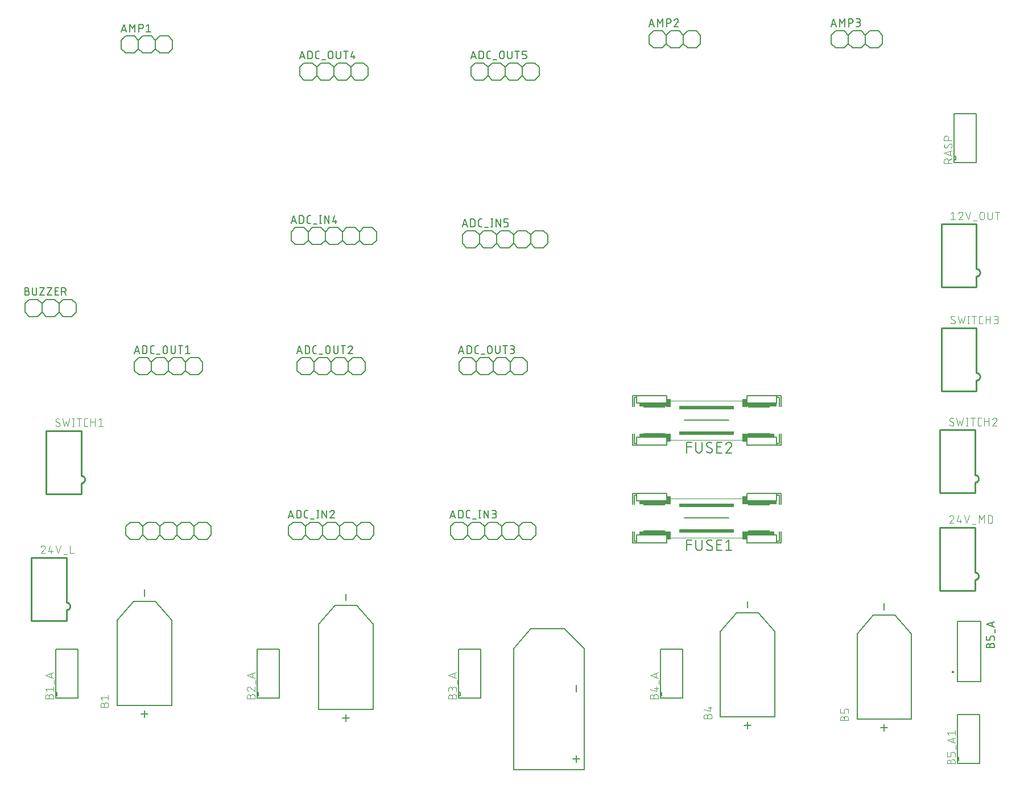
<source format=gbr>
G04 EAGLE Gerber RS-274X export*
G75*
%MOIN*%
%FSLAX34Y34*%
%LPD*%
%INSilkscreen Top*%
%IPPOS*%
%AMOC8*
5,1,8,0,0,1.08239X$1,22.5*%
G01*
%ADD10C,0.006000*%
%ADD11C,0.005000*%
%ADD12C,0.004000*%
%ADD13C,0.007874*%
%ADD14C,0.008000*%
%ADD15C,0.010000*%
%ADD16C,0.002000*%
%ADD17R,0.025000X0.045000*%
%ADD18R,0.175000X0.020000*%
%ADD19R,0.320000X0.020000*%
%ADD20R,0.125000X0.005000*%
%ADD21R,0.160000X0.020000*%
%ADD22C,0.007000*%


D10*
X9648Y16287D02*
X10148Y16287D01*
X10398Y16037D01*
X10398Y15537D01*
X10148Y15287D01*
X8648Y16287D02*
X8398Y16037D01*
X8648Y16287D02*
X9148Y16287D01*
X9398Y16037D01*
X9398Y15537D01*
X9148Y15287D01*
X8648Y15287D01*
X8398Y15537D01*
X9398Y16037D02*
X9648Y16287D01*
X9398Y15537D02*
X9648Y15287D01*
X10148Y15287D01*
X7148Y16287D02*
X6648Y16287D01*
X7148Y16287D02*
X7398Y16037D01*
X7398Y15537D01*
X7148Y15287D01*
X7398Y16037D02*
X7648Y16287D01*
X8148Y16287D01*
X8398Y16037D01*
X8398Y15537D01*
X8148Y15287D01*
X7648Y15287D01*
X7398Y15537D01*
X6398Y15537D02*
X6398Y16037D01*
X6648Y16287D01*
X6398Y15537D02*
X6648Y15287D01*
X7148Y15287D01*
X10648Y16287D02*
X11148Y16287D01*
X11398Y16037D01*
X11398Y15537D01*
X11148Y15287D01*
X10398Y16037D02*
X10648Y16287D01*
X10398Y15537D02*
X10648Y15287D01*
X11148Y15287D01*
X19175Y16287D02*
X19675Y16287D01*
X19925Y16037D01*
X19925Y15537D01*
X19675Y15287D01*
X18175Y16287D02*
X17925Y16037D01*
X18175Y16287D02*
X18675Y16287D01*
X18925Y16037D01*
X18925Y15537D01*
X18675Y15287D01*
X18175Y15287D01*
X17925Y15537D01*
X18925Y16037D02*
X19175Y16287D01*
X18925Y15537D02*
X19175Y15287D01*
X19675Y15287D01*
X16675Y16287D02*
X16175Y16287D01*
X16675Y16287D02*
X16925Y16037D01*
X16925Y15537D01*
X16675Y15287D01*
X16925Y16037D02*
X17175Y16287D01*
X17675Y16287D01*
X17925Y16037D01*
X17925Y15537D01*
X17675Y15287D01*
X17175Y15287D01*
X16925Y15537D01*
X15925Y15537D02*
X15925Y16037D01*
X16175Y16287D01*
X15925Y15537D02*
X16175Y15287D01*
X16675Y15287D01*
X20175Y16287D02*
X20675Y16287D01*
X20925Y16037D01*
X20925Y15537D01*
X20675Y15287D01*
X19925Y16037D02*
X20175Y16287D01*
X19925Y15537D02*
X20175Y15287D01*
X20675Y15287D01*
D11*
X16070Y16982D02*
X15920Y16532D01*
X16220Y16532D02*
X16070Y16982D01*
X16183Y16645D02*
X15958Y16645D01*
X16410Y16532D02*
X16410Y16982D01*
X16535Y16982D01*
X16555Y16980D01*
X16574Y16976D01*
X16592Y16968D01*
X16608Y16958D01*
X16623Y16945D01*
X16636Y16930D01*
X16646Y16914D01*
X16654Y16896D01*
X16658Y16877D01*
X16660Y16857D01*
X16660Y16657D01*
X16658Y16637D01*
X16654Y16618D01*
X16646Y16600D01*
X16636Y16584D01*
X16623Y16569D01*
X16608Y16556D01*
X16592Y16546D01*
X16574Y16538D01*
X16555Y16534D01*
X16535Y16532D01*
X16410Y16532D01*
X16974Y16532D02*
X17074Y16532D01*
X16974Y16532D02*
X16957Y16534D01*
X16940Y16538D01*
X16924Y16545D01*
X16910Y16555D01*
X16897Y16568D01*
X16887Y16582D01*
X16880Y16598D01*
X16876Y16615D01*
X16874Y16632D01*
X16874Y16882D01*
X16876Y16899D01*
X16880Y16916D01*
X16887Y16932D01*
X16897Y16946D01*
X16910Y16959D01*
X16924Y16969D01*
X16940Y16976D01*
X16957Y16980D01*
X16974Y16982D01*
X17074Y16982D01*
X17230Y16482D02*
X17430Y16482D01*
X17645Y16532D02*
X17645Y16982D01*
X17595Y16532D02*
X17695Y16532D01*
X17695Y16982D02*
X17595Y16982D01*
X17895Y16982D02*
X17895Y16532D01*
X18145Y16532D02*
X17895Y16982D01*
X18145Y16982D02*
X18145Y16532D01*
X18498Y16983D02*
X18518Y16981D01*
X18537Y16976D01*
X18555Y16968D01*
X18571Y16957D01*
X18585Y16943D01*
X18596Y16927D01*
X18604Y16909D01*
X18609Y16890D01*
X18611Y16870D01*
X18498Y16983D02*
X18475Y16981D01*
X18453Y16976D01*
X18432Y16967D01*
X18413Y16955D01*
X18395Y16940D01*
X18381Y16923D01*
X18369Y16904D01*
X18360Y16883D01*
X18572Y16782D02*
X18585Y16797D01*
X18596Y16813D01*
X18604Y16831D01*
X18608Y16850D01*
X18610Y16870D01*
X18573Y16782D02*
X18360Y16532D01*
X18610Y16532D01*
D10*
X28663Y16287D02*
X29163Y16287D01*
X29413Y16037D01*
X29413Y15537D01*
X29163Y15287D01*
X27663Y16287D02*
X27413Y16037D01*
X27663Y16287D02*
X28163Y16287D01*
X28413Y16037D01*
X28413Y15537D01*
X28163Y15287D01*
X27663Y15287D01*
X27413Y15537D01*
X28413Y16037D02*
X28663Y16287D01*
X28413Y15537D02*
X28663Y15287D01*
X29163Y15287D01*
X26163Y16287D02*
X25663Y16287D01*
X26163Y16287D02*
X26413Y16037D01*
X26413Y15537D01*
X26163Y15287D01*
X26413Y16037D02*
X26663Y16287D01*
X27163Y16287D01*
X27413Y16037D01*
X27413Y15537D01*
X27163Y15287D01*
X26663Y15287D01*
X26413Y15537D01*
X25413Y15537D02*
X25413Y16037D01*
X25663Y16287D01*
X25413Y15537D02*
X25663Y15287D01*
X26163Y15287D01*
X29663Y16287D02*
X30163Y16287D01*
X30413Y16037D01*
X30413Y15537D01*
X30163Y15287D01*
X29413Y16037D02*
X29663Y16287D01*
X29413Y15537D02*
X29663Y15287D01*
X30163Y15287D01*
D11*
X25558Y16982D02*
X25408Y16532D01*
X25708Y16532D02*
X25558Y16982D01*
X25671Y16645D02*
X25446Y16645D01*
X25898Y16532D02*
X25898Y16982D01*
X26023Y16982D01*
X26043Y16980D01*
X26062Y16976D01*
X26080Y16968D01*
X26096Y16958D01*
X26111Y16945D01*
X26124Y16930D01*
X26134Y16914D01*
X26142Y16896D01*
X26146Y16877D01*
X26148Y16857D01*
X26148Y16657D01*
X26146Y16637D01*
X26142Y16618D01*
X26134Y16600D01*
X26124Y16584D01*
X26111Y16569D01*
X26096Y16556D01*
X26080Y16546D01*
X26062Y16538D01*
X26043Y16534D01*
X26023Y16532D01*
X25898Y16532D01*
X26462Y16532D02*
X26562Y16532D01*
X26462Y16532D02*
X26445Y16534D01*
X26428Y16538D01*
X26412Y16545D01*
X26398Y16555D01*
X26385Y16568D01*
X26375Y16582D01*
X26368Y16598D01*
X26364Y16615D01*
X26362Y16632D01*
X26362Y16882D01*
X26364Y16899D01*
X26368Y16916D01*
X26375Y16932D01*
X26385Y16946D01*
X26398Y16959D01*
X26412Y16969D01*
X26428Y16976D01*
X26445Y16980D01*
X26462Y16982D01*
X26562Y16982D01*
X26718Y16482D02*
X26918Y16482D01*
X27133Y16532D02*
X27133Y16982D01*
X27083Y16532D02*
X27183Y16532D01*
X27183Y16982D02*
X27083Y16982D01*
X27383Y16982D02*
X27383Y16532D01*
X27633Y16532D02*
X27383Y16982D01*
X27633Y16982D02*
X27633Y16532D01*
X27848Y16532D02*
X27973Y16532D01*
X27994Y16534D01*
X28014Y16539D01*
X28032Y16547D01*
X28050Y16558D01*
X28065Y16572D01*
X28078Y16589D01*
X28087Y16607D01*
X28094Y16626D01*
X28098Y16647D01*
X28098Y16667D01*
X28094Y16688D01*
X28087Y16707D01*
X28078Y16725D01*
X28065Y16742D01*
X28050Y16756D01*
X28032Y16767D01*
X28014Y16775D01*
X27994Y16780D01*
X27973Y16782D01*
X27998Y16982D02*
X27848Y16982D01*
X27998Y16982D02*
X28016Y16980D01*
X28034Y16975D01*
X28051Y16967D01*
X28065Y16956D01*
X28078Y16942D01*
X28088Y16927D01*
X28094Y16909D01*
X28098Y16891D01*
X28098Y16873D01*
X28094Y16855D01*
X28088Y16837D01*
X28078Y16822D01*
X28065Y16808D01*
X28051Y16797D01*
X28034Y16789D01*
X28016Y16784D01*
X27998Y16782D01*
X27898Y16782D01*
D10*
X19833Y33571D02*
X19333Y33571D01*
X19833Y33571D02*
X20083Y33321D01*
X20083Y32821D01*
X19833Y32571D01*
X18333Y33571D02*
X18083Y33321D01*
X18333Y33571D02*
X18833Y33571D01*
X19083Y33321D01*
X19083Y32821D01*
X18833Y32571D01*
X18333Y32571D01*
X18083Y32821D01*
X19083Y33321D02*
X19333Y33571D01*
X19083Y32821D02*
X19333Y32571D01*
X19833Y32571D01*
X16833Y33571D02*
X16333Y33571D01*
X16833Y33571D02*
X17083Y33321D01*
X17083Y32821D01*
X16833Y32571D01*
X17083Y33321D02*
X17333Y33571D01*
X17833Y33571D01*
X18083Y33321D01*
X18083Y32821D01*
X17833Y32571D01*
X17333Y32571D01*
X17083Y32821D01*
X16083Y32821D02*
X16083Y33321D01*
X16333Y33571D01*
X16083Y32821D02*
X16333Y32571D01*
X16833Y32571D01*
X20333Y33571D02*
X20833Y33571D01*
X21083Y33321D01*
X21083Y32821D01*
X20833Y32571D01*
X20083Y33321D02*
X20333Y33571D01*
X20083Y32821D02*
X20333Y32571D01*
X20833Y32571D01*
D11*
X16228Y34266D02*
X16078Y33816D01*
X16378Y33816D02*
X16228Y34266D01*
X16340Y33928D02*
X16115Y33928D01*
X16568Y33816D02*
X16568Y34266D01*
X16693Y34266D01*
X16713Y34264D01*
X16732Y34260D01*
X16750Y34252D01*
X16766Y34242D01*
X16781Y34229D01*
X16794Y34214D01*
X16804Y34198D01*
X16812Y34180D01*
X16816Y34161D01*
X16818Y34141D01*
X16818Y33941D01*
X16816Y33921D01*
X16812Y33902D01*
X16804Y33884D01*
X16794Y33868D01*
X16781Y33853D01*
X16766Y33840D01*
X16750Y33830D01*
X16732Y33822D01*
X16713Y33818D01*
X16693Y33816D01*
X16568Y33816D01*
X17131Y33816D02*
X17231Y33816D01*
X17131Y33816D02*
X17114Y33818D01*
X17097Y33822D01*
X17081Y33829D01*
X17067Y33839D01*
X17054Y33852D01*
X17044Y33866D01*
X17037Y33882D01*
X17033Y33899D01*
X17031Y33916D01*
X17031Y34166D01*
X17033Y34183D01*
X17037Y34200D01*
X17044Y34216D01*
X17054Y34230D01*
X17067Y34243D01*
X17081Y34253D01*
X17097Y34260D01*
X17114Y34264D01*
X17131Y34266D01*
X17231Y34266D01*
X17388Y33766D02*
X17588Y33766D01*
X17803Y33816D02*
X17803Y34266D01*
X17753Y33816D02*
X17853Y33816D01*
X17853Y34266D02*
X17753Y34266D01*
X18053Y34266D02*
X18053Y33816D01*
X18303Y33816D02*
X18053Y34266D01*
X18303Y34266D02*
X18303Y33816D01*
X18518Y33916D02*
X18618Y34266D01*
X18518Y33916D02*
X18768Y33916D01*
X18693Y34016D02*
X18693Y33816D01*
D10*
X29372Y33374D02*
X29872Y33374D01*
X30122Y33124D01*
X30122Y32624D01*
X29872Y32374D01*
X28372Y33374D02*
X28122Y33124D01*
X28372Y33374D02*
X28872Y33374D01*
X29122Y33124D01*
X29122Y32624D01*
X28872Y32374D01*
X28372Y32374D01*
X28122Y32624D01*
X29122Y33124D02*
X29372Y33374D01*
X29122Y32624D02*
X29372Y32374D01*
X29872Y32374D01*
X26872Y33374D02*
X26372Y33374D01*
X26872Y33374D02*
X27122Y33124D01*
X27122Y32624D01*
X26872Y32374D01*
X27122Y33124D02*
X27372Y33374D01*
X27872Y33374D01*
X28122Y33124D01*
X28122Y32624D01*
X27872Y32374D01*
X27372Y32374D01*
X27122Y32624D01*
X26122Y32624D02*
X26122Y33124D01*
X26372Y33374D01*
X26122Y32624D02*
X26372Y32374D01*
X26872Y32374D01*
X30372Y33374D02*
X30872Y33374D01*
X31122Y33124D01*
X31122Y32624D01*
X30872Y32374D01*
X30122Y33124D02*
X30372Y33374D01*
X30122Y32624D02*
X30372Y32374D01*
X30872Y32374D01*
D11*
X26267Y34069D02*
X26117Y33619D01*
X26417Y33619D02*
X26267Y34069D01*
X26380Y33732D02*
X26155Y33732D01*
X26607Y33619D02*
X26607Y34069D01*
X26732Y34069D01*
X26752Y34067D01*
X26771Y34063D01*
X26789Y34055D01*
X26805Y34045D01*
X26820Y34032D01*
X26833Y34017D01*
X26843Y34001D01*
X26851Y33983D01*
X26855Y33964D01*
X26857Y33944D01*
X26857Y33744D01*
X26855Y33724D01*
X26851Y33705D01*
X26843Y33687D01*
X26833Y33671D01*
X26820Y33656D01*
X26805Y33643D01*
X26789Y33633D01*
X26771Y33625D01*
X26752Y33621D01*
X26732Y33619D01*
X26607Y33619D01*
X27171Y33619D02*
X27271Y33619D01*
X27171Y33619D02*
X27154Y33621D01*
X27137Y33625D01*
X27121Y33632D01*
X27107Y33642D01*
X27094Y33655D01*
X27084Y33669D01*
X27077Y33685D01*
X27073Y33702D01*
X27071Y33719D01*
X27071Y33969D01*
X27073Y33986D01*
X27077Y34003D01*
X27084Y34019D01*
X27094Y34033D01*
X27107Y34046D01*
X27121Y34056D01*
X27137Y34063D01*
X27154Y34067D01*
X27171Y34069D01*
X27271Y34069D01*
X27427Y33569D02*
X27627Y33569D01*
X27842Y33619D02*
X27842Y34069D01*
X27792Y33619D02*
X27892Y33619D01*
X27892Y34069D02*
X27792Y34069D01*
X28092Y34069D02*
X28092Y33619D01*
X28342Y33619D02*
X28092Y34069D01*
X28342Y34069D02*
X28342Y33619D01*
X28557Y33619D02*
X28707Y33619D01*
X28724Y33621D01*
X28741Y33625D01*
X28757Y33632D01*
X28771Y33642D01*
X28784Y33655D01*
X28794Y33669D01*
X28801Y33685D01*
X28805Y33702D01*
X28807Y33719D01*
X28807Y33769D01*
X28805Y33786D01*
X28801Y33803D01*
X28794Y33819D01*
X28784Y33833D01*
X28771Y33846D01*
X28757Y33856D01*
X28741Y33863D01*
X28724Y33867D01*
X28707Y33869D01*
X28557Y33869D01*
X28557Y34069D01*
X28807Y34069D01*
D10*
X9148Y25933D02*
X8898Y25683D01*
X9148Y25933D02*
X9648Y25933D01*
X9898Y25683D01*
X9898Y25183D01*
X9648Y24933D01*
X9148Y24933D01*
X8898Y25183D01*
X7648Y25933D02*
X7148Y25933D01*
X7648Y25933D02*
X7898Y25683D01*
X7898Y25183D01*
X7648Y24933D01*
X7898Y25683D02*
X8148Y25933D01*
X8648Y25933D01*
X8898Y25683D01*
X8898Y25183D01*
X8648Y24933D01*
X8148Y24933D01*
X7898Y25183D01*
X6898Y25183D02*
X6898Y25683D01*
X7148Y25933D01*
X6898Y25183D02*
X7148Y24933D01*
X7648Y24933D01*
X10148Y25933D02*
X10648Y25933D01*
X10898Y25683D01*
X10898Y25183D01*
X10648Y24933D01*
X9898Y25683D02*
X10148Y25933D01*
X9898Y25183D02*
X10148Y24933D01*
X10648Y24933D01*
D11*
X6893Y26178D02*
X7043Y26628D01*
X7193Y26178D01*
X7155Y26291D02*
X6930Y26291D01*
X7383Y26178D02*
X7383Y26628D01*
X7508Y26628D01*
X7528Y26626D01*
X7547Y26622D01*
X7565Y26614D01*
X7581Y26604D01*
X7596Y26591D01*
X7609Y26576D01*
X7619Y26560D01*
X7627Y26542D01*
X7631Y26523D01*
X7633Y26503D01*
X7633Y26303D01*
X7631Y26283D01*
X7627Y26264D01*
X7619Y26246D01*
X7609Y26230D01*
X7596Y26215D01*
X7581Y26202D01*
X7565Y26192D01*
X7547Y26184D01*
X7528Y26180D01*
X7508Y26178D01*
X7383Y26178D01*
X7946Y26178D02*
X8046Y26178D01*
X7946Y26178D02*
X7929Y26180D01*
X7912Y26184D01*
X7896Y26191D01*
X7882Y26201D01*
X7869Y26214D01*
X7859Y26228D01*
X7852Y26244D01*
X7848Y26261D01*
X7846Y26278D01*
X7846Y26528D01*
X7848Y26545D01*
X7852Y26562D01*
X7859Y26578D01*
X7869Y26592D01*
X7882Y26605D01*
X7896Y26615D01*
X7912Y26622D01*
X7929Y26626D01*
X7946Y26628D01*
X8046Y26628D01*
X8203Y26128D02*
X8403Y26128D01*
X8583Y26303D02*
X8583Y26503D01*
X8585Y26524D01*
X8590Y26544D01*
X8598Y26562D01*
X8609Y26580D01*
X8623Y26595D01*
X8640Y26608D01*
X8658Y26617D01*
X8677Y26624D01*
X8698Y26628D01*
X8718Y26628D01*
X8739Y26624D01*
X8758Y26617D01*
X8776Y26608D01*
X8793Y26595D01*
X8807Y26580D01*
X8818Y26562D01*
X8826Y26544D01*
X8831Y26524D01*
X8833Y26503D01*
X8833Y26303D01*
X8831Y26282D01*
X8826Y26262D01*
X8818Y26244D01*
X8807Y26226D01*
X8793Y26211D01*
X8776Y26198D01*
X8758Y26189D01*
X8739Y26182D01*
X8718Y26178D01*
X8698Y26178D01*
X8677Y26182D01*
X8658Y26189D01*
X8640Y26198D01*
X8623Y26211D01*
X8609Y26226D01*
X8598Y26244D01*
X8590Y26262D01*
X8585Y26282D01*
X8583Y26303D01*
X9048Y26303D02*
X9048Y26628D01*
X9048Y26303D02*
X9050Y26282D01*
X9055Y26262D01*
X9063Y26244D01*
X9074Y26226D01*
X9088Y26211D01*
X9105Y26198D01*
X9123Y26189D01*
X9142Y26182D01*
X9163Y26178D01*
X9183Y26178D01*
X9204Y26182D01*
X9223Y26189D01*
X9241Y26198D01*
X9258Y26211D01*
X9272Y26226D01*
X9283Y26244D01*
X9291Y26262D01*
X9296Y26282D01*
X9298Y26303D01*
X9298Y26628D01*
X9608Y26628D02*
X9608Y26178D01*
X9483Y26628D02*
X9733Y26628D01*
X9903Y26528D02*
X10028Y26628D01*
X10028Y26178D01*
X9903Y26178D02*
X10153Y26178D01*
D10*
X18425Y25683D02*
X18675Y25933D01*
X19175Y25933D01*
X19425Y25683D01*
X19425Y25183D01*
X19175Y24933D01*
X18675Y24933D01*
X18425Y25183D01*
X17175Y25933D02*
X16675Y25933D01*
X17175Y25933D02*
X17425Y25683D01*
X17425Y25183D01*
X17175Y24933D01*
X17425Y25683D02*
X17675Y25933D01*
X18175Y25933D01*
X18425Y25683D01*
X18425Y25183D01*
X18175Y24933D01*
X17675Y24933D01*
X17425Y25183D01*
X16425Y25183D02*
X16425Y25683D01*
X16675Y25933D01*
X16425Y25183D02*
X16675Y24933D01*
X17175Y24933D01*
X19675Y25933D02*
X20175Y25933D01*
X20425Y25683D01*
X20425Y25183D01*
X20175Y24933D01*
X19425Y25683D02*
X19675Y25933D01*
X19425Y25183D02*
X19675Y24933D01*
X20175Y24933D01*
D11*
X16420Y26178D02*
X16570Y26628D01*
X16720Y26178D01*
X16683Y26291D02*
X16458Y26291D01*
X16910Y26178D02*
X16910Y26628D01*
X17035Y26628D01*
X17055Y26626D01*
X17074Y26622D01*
X17092Y26614D01*
X17108Y26604D01*
X17123Y26591D01*
X17136Y26576D01*
X17146Y26560D01*
X17154Y26542D01*
X17158Y26523D01*
X17160Y26503D01*
X17160Y26303D01*
X17158Y26283D01*
X17154Y26264D01*
X17146Y26246D01*
X17136Y26230D01*
X17123Y26215D01*
X17108Y26202D01*
X17092Y26192D01*
X17074Y26184D01*
X17055Y26180D01*
X17035Y26178D01*
X16910Y26178D01*
X17474Y26178D02*
X17574Y26178D01*
X17474Y26178D02*
X17457Y26180D01*
X17440Y26184D01*
X17424Y26191D01*
X17410Y26201D01*
X17397Y26214D01*
X17387Y26228D01*
X17380Y26244D01*
X17376Y26261D01*
X17374Y26278D01*
X17374Y26528D01*
X17376Y26545D01*
X17380Y26562D01*
X17387Y26578D01*
X17397Y26592D01*
X17410Y26605D01*
X17424Y26615D01*
X17440Y26622D01*
X17457Y26626D01*
X17474Y26628D01*
X17574Y26628D01*
X17730Y26128D02*
X17930Y26128D01*
X18110Y26303D02*
X18110Y26503D01*
X18112Y26524D01*
X18117Y26544D01*
X18125Y26562D01*
X18136Y26580D01*
X18150Y26595D01*
X18167Y26608D01*
X18185Y26617D01*
X18204Y26624D01*
X18225Y26628D01*
X18245Y26628D01*
X18266Y26624D01*
X18285Y26617D01*
X18303Y26608D01*
X18320Y26595D01*
X18334Y26580D01*
X18345Y26562D01*
X18353Y26544D01*
X18358Y26524D01*
X18360Y26503D01*
X18360Y26303D01*
X18358Y26282D01*
X18353Y26262D01*
X18345Y26244D01*
X18334Y26226D01*
X18320Y26211D01*
X18303Y26198D01*
X18285Y26189D01*
X18266Y26182D01*
X18245Y26178D01*
X18225Y26178D01*
X18204Y26182D01*
X18185Y26189D01*
X18167Y26198D01*
X18150Y26211D01*
X18136Y26226D01*
X18125Y26244D01*
X18117Y26262D01*
X18112Y26282D01*
X18110Y26303D01*
X18575Y26303D02*
X18575Y26628D01*
X18575Y26303D02*
X18577Y26282D01*
X18582Y26262D01*
X18590Y26244D01*
X18601Y26226D01*
X18615Y26211D01*
X18632Y26198D01*
X18650Y26189D01*
X18669Y26182D01*
X18690Y26178D01*
X18710Y26178D01*
X18731Y26182D01*
X18750Y26189D01*
X18768Y26198D01*
X18785Y26211D01*
X18799Y26226D01*
X18810Y26244D01*
X18818Y26262D01*
X18823Y26282D01*
X18825Y26303D01*
X18825Y26628D01*
X19135Y26628D02*
X19135Y26178D01*
X19010Y26628D02*
X19260Y26628D01*
X19568Y26629D02*
X19588Y26627D01*
X19607Y26622D01*
X19625Y26614D01*
X19641Y26603D01*
X19655Y26589D01*
X19666Y26573D01*
X19674Y26555D01*
X19679Y26536D01*
X19681Y26516D01*
X19568Y26629D02*
X19545Y26627D01*
X19523Y26622D01*
X19502Y26613D01*
X19483Y26601D01*
X19465Y26586D01*
X19451Y26569D01*
X19439Y26550D01*
X19430Y26529D01*
X19642Y26428D02*
X19655Y26443D01*
X19666Y26459D01*
X19674Y26477D01*
X19678Y26496D01*
X19680Y26516D01*
X19643Y26428D02*
X19430Y26178D01*
X19680Y26178D01*
D10*
X27913Y25683D02*
X28163Y25933D01*
X28663Y25933D01*
X28913Y25683D01*
X28913Y25183D01*
X28663Y24933D01*
X28163Y24933D01*
X27913Y25183D01*
X26663Y25933D02*
X26163Y25933D01*
X26663Y25933D02*
X26913Y25683D01*
X26913Y25183D01*
X26663Y24933D01*
X26913Y25683D02*
X27163Y25933D01*
X27663Y25933D01*
X27913Y25683D01*
X27913Y25183D01*
X27663Y24933D01*
X27163Y24933D01*
X26913Y25183D01*
X25913Y25183D02*
X25913Y25683D01*
X26163Y25933D01*
X25913Y25183D02*
X26163Y24933D01*
X26663Y24933D01*
X29163Y25933D02*
X29663Y25933D01*
X29913Y25683D01*
X29913Y25183D01*
X29663Y24933D01*
X28913Y25683D02*
X29163Y25933D01*
X28913Y25183D02*
X29163Y24933D01*
X29663Y24933D01*
D11*
X25908Y26178D02*
X26058Y26628D01*
X26208Y26178D01*
X26171Y26291D02*
X25946Y26291D01*
X26398Y26178D02*
X26398Y26628D01*
X26523Y26628D01*
X26543Y26626D01*
X26562Y26622D01*
X26580Y26614D01*
X26596Y26604D01*
X26611Y26591D01*
X26624Y26576D01*
X26634Y26560D01*
X26642Y26542D01*
X26646Y26523D01*
X26648Y26503D01*
X26648Y26303D01*
X26646Y26283D01*
X26642Y26264D01*
X26634Y26246D01*
X26624Y26230D01*
X26611Y26215D01*
X26596Y26202D01*
X26580Y26192D01*
X26562Y26184D01*
X26543Y26180D01*
X26523Y26178D01*
X26398Y26178D01*
X26962Y26178D02*
X27062Y26178D01*
X26962Y26178D02*
X26945Y26180D01*
X26928Y26184D01*
X26912Y26191D01*
X26898Y26201D01*
X26885Y26214D01*
X26875Y26228D01*
X26868Y26244D01*
X26864Y26261D01*
X26862Y26278D01*
X26862Y26528D01*
X26864Y26545D01*
X26868Y26562D01*
X26875Y26578D01*
X26885Y26592D01*
X26898Y26605D01*
X26912Y26615D01*
X26928Y26622D01*
X26945Y26626D01*
X26962Y26628D01*
X27062Y26628D01*
X27218Y26128D02*
X27418Y26128D01*
X27598Y26303D02*
X27598Y26503D01*
X27600Y26524D01*
X27605Y26544D01*
X27613Y26562D01*
X27624Y26580D01*
X27638Y26595D01*
X27655Y26608D01*
X27673Y26617D01*
X27692Y26624D01*
X27713Y26628D01*
X27733Y26628D01*
X27754Y26624D01*
X27773Y26617D01*
X27791Y26608D01*
X27808Y26595D01*
X27822Y26580D01*
X27833Y26562D01*
X27841Y26544D01*
X27846Y26524D01*
X27848Y26503D01*
X27848Y26303D01*
X27846Y26282D01*
X27841Y26262D01*
X27833Y26244D01*
X27822Y26226D01*
X27808Y26211D01*
X27791Y26198D01*
X27773Y26189D01*
X27754Y26182D01*
X27733Y26178D01*
X27713Y26178D01*
X27692Y26182D01*
X27673Y26189D01*
X27655Y26198D01*
X27638Y26211D01*
X27624Y26226D01*
X27613Y26244D01*
X27605Y26262D01*
X27600Y26282D01*
X27598Y26303D01*
X28063Y26303D02*
X28063Y26628D01*
X28063Y26303D02*
X28065Y26282D01*
X28070Y26262D01*
X28078Y26244D01*
X28089Y26226D01*
X28103Y26211D01*
X28120Y26198D01*
X28138Y26189D01*
X28157Y26182D01*
X28178Y26178D01*
X28198Y26178D01*
X28219Y26182D01*
X28238Y26189D01*
X28256Y26198D01*
X28273Y26211D01*
X28287Y26226D01*
X28298Y26244D01*
X28306Y26262D01*
X28311Y26282D01*
X28313Y26303D01*
X28313Y26628D01*
X28623Y26628D02*
X28623Y26178D01*
X28498Y26628D02*
X28748Y26628D01*
X28918Y26178D02*
X29043Y26178D01*
X29064Y26180D01*
X29084Y26185D01*
X29102Y26193D01*
X29120Y26204D01*
X29135Y26218D01*
X29148Y26235D01*
X29157Y26253D01*
X29164Y26272D01*
X29168Y26293D01*
X29168Y26313D01*
X29164Y26334D01*
X29157Y26353D01*
X29148Y26371D01*
X29135Y26388D01*
X29120Y26402D01*
X29102Y26413D01*
X29084Y26421D01*
X29064Y26426D01*
X29043Y26428D01*
X29068Y26628D02*
X28918Y26628D01*
X29068Y26628D02*
X29086Y26626D01*
X29104Y26621D01*
X29121Y26613D01*
X29135Y26602D01*
X29148Y26588D01*
X29158Y26573D01*
X29164Y26555D01*
X29168Y26537D01*
X29168Y26519D01*
X29164Y26501D01*
X29158Y26483D01*
X29148Y26468D01*
X29135Y26454D01*
X29121Y26443D01*
X29104Y26435D01*
X29086Y26430D01*
X29068Y26428D01*
X28968Y26428D01*
D10*
X18583Y42967D02*
X18833Y43217D01*
X19333Y43217D01*
X19583Y42967D01*
X19583Y42467D01*
X19333Y42217D01*
X18833Y42217D01*
X18583Y42467D01*
X17333Y43217D02*
X16833Y43217D01*
X17333Y43217D02*
X17583Y42967D01*
X17583Y42467D01*
X17333Y42217D01*
X17583Y42967D02*
X17833Y43217D01*
X18333Y43217D01*
X18583Y42967D01*
X18583Y42467D01*
X18333Y42217D01*
X17833Y42217D01*
X17583Y42467D01*
X16583Y42467D02*
X16583Y42967D01*
X16833Y43217D01*
X16583Y42467D02*
X16833Y42217D01*
X17333Y42217D01*
X19833Y43217D02*
X20333Y43217D01*
X20583Y42967D01*
X20583Y42467D01*
X20333Y42217D01*
X19583Y42967D02*
X19833Y43217D01*
X19583Y42467D02*
X19833Y42217D01*
X20333Y42217D01*
D11*
X16578Y43462D02*
X16728Y43912D01*
X16878Y43462D01*
X16840Y43574D02*
X16615Y43574D01*
X17068Y43462D02*
X17068Y43912D01*
X17193Y43912D01*
X17213Y43910D01*
X17232Y43906D01*
X17250Y43898D01*
X17266Y43888D01*
X17281Y43875D01*
X17294Y43860D01*
X17304Y43844D01*
X17312Y43826D01*
X17316Y43807D01*
X17318Y43787D01*
X17318Y43587D01*
X17316Y43567D01*
X17312Y43548D01*
X17304Y43530D01*
X17294Y43514D01*
X17281Y43499D01*
X17266Y43486D01*
X17250Y43476D01*
X17232Y43468D01*
X17213Y43464D01*
X17193Y43462D01*
X17068Y43462D01*
X17631Y43462D02*
X17731Y43462D01*
X17631Y43462D02*
X17614Y43464D01*
X17597Y43468D01*
X17581Y43475D01*
X17567Y43485D01*
X17554Y43498D01*
X17544Y43512D01*
X17537Y43528D01*
X17533Y43545D01*
X17531Y43562D01*
X17531Y43812D01*
X17533Y43829D01*
X17537Y43846D01*
X17544Y43862D01*
X17554Y43876D01*
X17567Y43889D01*
X17581Y43899D01*
X17597Y43906D01*
X17614Y43910D01*
X17631Y43912D01*
X17731Y43912D01*
X17888Y43412D02*
X18088Y43412D01*
X18268Y43587D02*
X18268Y43787D01*
X18270Y43808D01*
X18275Y43828D01*
X18283Y43846D01*
X18294Y43864D01*
X18308Y43879D01*
X18325Y43892D01*
X18343Y43901D01*
X18362Y43908D01*
X18383Y43912D01*
X18403Y43912D01*
X18424Y43908D01*
X18443Y43901D01*
X18461Y43892D01*
X18478Y43879D01*
X18492Y43864D01*
X18503Y43846D01*
X18511Y43828D01*
X18516Y43808D01*
X18518Y43787D01*
X18518Y43587D01*
X18516Y43566D01*
X18511Y43546D01*
X18503Y43528D01*
X18492Y43510D01*
X18478Y43495D01*
X18461Y43482D01*
X18443Y43473D01*
X18424Y43466D01*
X18403Y43462D01*
X18383Y43462D01*
X18362Y43466D01*
X18343Y43473D01*
X18325Y43482D01*
X18308Y43495D01*
X18294Y43510D01*
X18283Y43528D01*
X18275Y43546D01*
X18270Y43566D01*
X18268Y43587D01*
X18733Y43587D02*
X18733Y43912D01*
X18733Y43587D02*
X18735Y43566D01*
X18740Y43546D01*
X18748Y43528D01*
X18759Y43510D01*
X18773Y43495D01*
X18790Y43482D01*
X18808Y43473D01*
X18827Y43466D01*
X18848Y43462D01*
X18868Y43462D01*
X18889Y43466D01*
X18908Y43473D01*
X18926Y43482D01*
X18943Y43495D01*
X18957Y43510D01*
X18968Y43528D01*
X18976Y43546D01*
X18981Y43566D01*
X18983Y43587D01*
X18983Y43912D01*
X19293Y43912D02*
X19293Y43462D01*
X19168Y43912D02*
X19418Y43912D01*
X19688Y43912D02*
X19588Y43562D01*
X19838Y43562D01*
X19763Y43662D02*
X19763Y43462D01*
D10*
X28622Y42967D02*
X28872Y43217D01*
X29372Y43217D01*
X29622Y42967D01*
X29622Y42467D01*
X29372Y42217D01*
X28872Y42217D01*
X28622Y42467D01*
X27372Y43217D02*
X26872Y43217D01*
X27372Y43217D02*
X27622Y42967D01*
X27622Y42467D01*
X27372Y42217D01*
X27622Y42967D02*
X27872Y43217D01*
X28372Y43217D01*
X28622Y42967D01*
X28622Y42467D01*
X28372Y42217D01*
X27872Y42217D01*
X27622Y42467D01*
X26622Y42467D02*
X26622Y42967D01*
X26872Y43217D01*
X26622Y42467D02*
X26872Y42217D01*
X27372Y42217D01*
X29872Y43217D02*
X30372Y43217D01*
X30622Y42967D01*
X30622Y42467D01*
X30372Y42217D01*
X29622Y42967D02*
X29872Y43217D01*
X29622Y42467D02*
X29872Y42217D01*
X30372Y42217D01*
D11*
X26617Y43462D02*
X26767Y43912D01*
X26917Y43462D01*
X26880Y43574D02*
X26655Y43574D01*
X27107Y43462D02*
X27107Y43912D01*
X27232Y43912D01*
X27252Y43910D01*
X27271Y43906D01*
X27289Y43898D01*
X27305Y43888D01*
X27320Y43875D01*
X27333Y43860D01*
X27343Y43844D01*
X27351Y43826D01*
X27355Y43807D01*
X27357Y43787D01*
X27357Y43587D01*
X27355Y43567D01*
X27351Y43548D01*
X27343Y43530D01*
X27333Y43514D01*
X27320Y43499D01*
X27305Y43486D01*
X27289Y43476D01*
X27271Y43468D01*
X27252Y43464D01*
X27232Y43462D01*
X27107Y43462D01*
X27671Y43462D02*
X27771Y43462D01*
X27671Y43462D02*
X27654Y43464D01*
X27637Y43468D01*
X27621Y43475D01*
X27607Y43485D01*
X27594Y43498D01*
X27584Y43512D01*
X27577Y43528D01*
X27573Y43545D01*
X27571Y43562D01*
X27571Y43812D01*
X27573Y43829D01*
X27577Y43846D01*
X27584Y43862D01*
X27594Y43876D01*
X27607Y43889D01*
X27621Y43899D01*
X27637Y43906D01*
X27654Y43910D01*
X27671Y43912D01*
X27771Y43912D01*
X27927Y43412D02*
X28127Y43412D01*
X28307Y43587D02*
X28307Y43787D01*
X28309Y43808D01*
X28314Y43828D01*
X28322Y43846D01*
X28333Y43864D01*
X28347Y43879D01*
X28364Y43892D01*
X28382Y43901D01*
X28401Y43908D01*
X28422Y43912D01*
X28442Y43912D01*
X28463Y43908D01*
X28482Y43901D01*
X28500Y43892D01*
X28517Y43879D01*
X28531Y43864D01*
X28542Y43846D01*
X28550Y43828D01*
X28555Y43808D01*
X28557Y43787D01*
X28557Y43587D01*
X28555Y43566D01*
X28550Y43546D01*
X28542Y43528D01*
X28531Y43510D01*
X28517Y43495D01*
X28500Y43482D01*
X28482Y43473D01*
X28463Y43466D01*
X28442Y43462D01*
X28422Y43462D01*
X28401Y43466D01*
X28382Y43473D01*
X28364Y43482D01*
X28347Y43495D01*
X28333Y43510D01*
X28322Y43528D01*
X28314Y43546D01*
X28309Y43566D01*
X28307Y43587D01*
X28772Y43587D02*
X28772Y43912D01*
X28772Y43587D02*
X28774Y43566D01*
X28779Y43546D01*
X28787Y43528D01*
X28798Y43510D01*
X28812Y43495D01*
X28829Y43482D01*
X28847Y43473D01*
X28866Y43466D01*
X28887Y43462D01*
X28907Y43462D01*
X28928Y43466D01*
X28947Y43473D01*
X28965Y43482D01*
X28982Y43495D01*
X28996Y43510D01*
X29007Y43528D01*
X29015Y43546D01*
X29020Y43566D01*
X29022Y43587D01*
X29022Y43912D01*
X29332Y43912D02*
X29332Y43462D01*
X29207Y43912D02*
X29457Y43912D01*
X29627Y43462D02*
X29777Y43462D01*
X29794Y43464D01*
X29811Y43468D01*
X29827Y43475D01*
X29841Y43485D01*
X29854Y43498D01*
X29864Y43512D01*
X29871Y43528D01*
X29875Y43545D01*
X29877Y43562D01*
X29877Y43612D01*
X29875Y43629D01*
X29871Y43646D01*
X29864Y43662D01*
X29854Y43676D01*
X29841Y43689D01*
X29827Y43699D01*
X29811Y43706D01*
X29794Y43710D01*
X29777Y43712D01*
X29627Y43712D01*
X29627Y43912D01*
X29877Y43912D01*
X5886Y10531D02*
X5886Y5531D01*
X6850Y11634D02*
X8110Y11634D01*
X9075Y10531D02*
X9075Y5531D01*
X5886Y5531D01*
X7480Y5236D02*
X7480Y4843D01*
X7283Y5039D02*
X7677Y5039D01*
X5886Y10531D02*
X6850Y11634D01*
X8110Y11634D02*
X9075Y10531D01*
X7480Y11929D02*
X7480Y12323D01*
D12*
X5118Y5581D02*
X5118Y5453D01*
X5118Y5581D02*
X5120Y5602D01*
X5125Y5623D01*
X5133Y5642D01*
X5145Y5660D01*
X5159Y5675D01*
X5176Y5688D01*
X5195Y5698D01*
X5215Y5705D01*
X5235Y5709D01*
X5257Y5709D01*
X5277Y5705D01*
X5297Y5698D01*
X5316Y5688D01*
X5333Y5675D01*
X5347Y5660D01*
X5359Y5642D01*
X5367Y5623D01*
X5372Y5602D01*
X5374Y5581D01*
X5374Y5453D01*
X4914Y5453D01*
X4914Y5581D01*
X4916Y5600D01*
X4921Y5618D01*
X4929Y5635D01*
X4941Y5650D01*
X4955Y5662D01*
X4971Y5672D01*
X4988Y5679D01*
X5007Y5683D01*
X5025Y5683D01*
X5044Y5679D01*
X5061Y5672D01*
X5077Y5662D01*
X5091Y5650D01*
X5103Y5635D01*
X5111Y5618D01*
X5116Y5600D01*
X5118Y5581D01*
X5016Y5881D02*
X4914Y6009D01*
X5374Y6009D01*
X5374Y5881D02*
X5374Y6137D01*
D11*
X17697Y5295D02*
X17697Y10295D01*
X18661Y11398D02*
X19921Y11398D01*
X20886Y10295D02*
X20886Y5295D01*
X17697Y5295D01*
X19291Y5000D02*
X19291Y4606D01*
X19094Y4803D02*
X19488Y4803D01*
X17697Y10295D02*
X18661Y11398D01*
X19921Y11398D02*
X20886Y10295D01*
X19291Y11693D02*
X19291Y12087D01*
X41240Y9862D02*
X41240Y4862D01*
X42205Y10965D02*
X43465Y10965D01*
X44429Y9862D02*
X44429Y4862D01*
X41240Y4862D01*
X42835Y4567D02*
X42835Y4173D01*
X43031Y4370D02*
X42638Y4370D01*
X41240Y9862D02*
X42205Y10965D01*
X43465Y10965D02*
X44429Y9862D01*
X42835Y11260D02*
X42835Y11654D01*
D12*
X40472Y4912D02*
X40472Y4784D01*
X40472Y4912D02*
X40474Y4933D01*
X40479Y4954D01*
X40487Y4973D01*
X40499Y4991D01*
X40513Y5006D01*
X40530Y5019D01*
X40549Y5029D01*
X40569Y5036D01*
X40589Y5040D01*
X40611Y5040D01*
X40631Y5036D01*
X40651Y5029D01*
X40670Y5019D01*
X40687Y5006D01*
X40701Y4991D01*
X40713Y4973D01*
X40721Y4954D01*
X40726Y4933D01*
X40728Y4912D01*
X40728Y4784D01*
X40268Y4784D01*
X40268Y4912D01*
X40270Y4931D01*
X40275Y4949D01*
X40283Y4966D01*
X40295Y4981D01*
X40309Y4993D01*
X40325Y5003D01*
X40342Y5010D01*
X40361Y5014D01*
X40379Y5014D01*
X40398Y5010D01*
X40415Y5003D01*
X40431Y4993D01*
X40445Y4981D01*
X40457Y4966D01*
X40465Y4949D01*
X40470Y4931D01*
X40472Y4912D01*
X40626Y5212D02*
X40268Y5314D01*
X40626Y5212D02*
X40626Y5468D01*
X40524Y5391D02*
X40728Y5391D01*
D11*
X49242Y4744D02*
X49242Y9744D01*
X50207Y10846D02*
X51467Y10846D01*
X52431Y9744D02*
X52431Y4744D01*
X49242Y4744D01*
X50837Y4449D02*
X50837Y4055D01*
X50640Y4252D02*
X51034Y4252D01*
X49242Y9744D02*
X50207Y10846D01*
X51467Y10846D02*
X52431Y9744D01*
X50837Y11142D02*
X50837Y11535D01*
D12*
X48475Y4793D02*
X48475Y4666D01*
X48474Y4793D02*
X48476Y4814D01*
X48481Y4835D01*
X48489Y4854D01*
X48501Y4872D01*
X48515Y4887D01*
X48532Y4900D01*
X48551Y4910D01*
X48571Y4917D01*
X48591Y4921D01*
X48613Y4921D01*
X48633Y4917D01*
X48653Y4910D01*
X48672Y4900D01*
X48689Y4887D01*
X48703Y4872D01*
X48715Y4854D01*
X48723Y4835D01*
X48728Y4814D01*
X48730Y4793D01*
X48730Y4666D01*
X48270Y4666D01*
X48270Y4793D01*
X48272Y4812D01*
X48277Y4830D01*
X48285Y4847D01*
X48297Y4862D01*
X48311Y4874D01*
X48327Y4884D01*
X48344Y4891D01*
X48363Y4895D01*
X48381Y4895D01*
X48400Y4891D01*
X48417Y4884D01*
X48433Y4874D01*
X48447Y4862D01*
X48459Y4847D01*
X48467Y4830D01*
X48472Y4812D01*
X48474Y4793D01*
X48730Y5094D02*
X48730Y5247D01*
X48728Y5265D01*
X48724Y5282D01*
X48716Y5298D01*
X48706Y5313D01*
X48694Y5325D01*
X48679Y5335D01*
X48663Y5343D01*
X48646Y5347D01*
X48628Y5349D01*
X48628Y5350D02*
X48577Y5350D01*
X48577Y5349D02*
X48559Y5347D01*
X48542Y5343D01*
X48526Y5335D01*
X48511Y5325D01*
X48499Y5313D01*
X48489Y5298D01*
X48481Y5282D01*
X48477Y5265D01*
X48475Y5247D01*
X48475Y5094D01*
X48270Y5094D01*
X48270Y5350D01*
D11*
X55118Y6929D02*
X56496Y6929D01*
X56496Y10472D02*
X55118Y10472D01*
D13*
X54820Y7511D02*
X54822Y7523D01*
X54827Y7534D01*
X54836Y7543D01*
X54847Y7548D01*
X54859Y7550D01*
X54871Y7548D01*
X54882Y7543D01*
X54891Y7534D01*
X54896Y7523D01*
X54898Y7511D01*
X54896Y7499D01*
X54891Y7488D01*
X54882Y7479D01*
X54871Y7474D01*
X54859Y7472D01*
X54847Y7474D01*
X54836Y7479D01*
X54827Y7488D01*
X54822Y7499D01*
X54820Y7511D01*
D11*
X56496Y6929D02*
X56496Y10472D01*
X55118Y10472D02*
X55118Y6929D01*
X57036Y8935D02*
X57036Y9060D01*
X57038Y9081D01*
X57043Y9101D01*
X57051Y9119D01*
X57062Y9137D01*
X57076Y9152D01*
X57093Y9165D01*
X57111Y9174D01*
X57130Y9181D01*
X57151Y9185D01*
X57171Y9185D01*
X57192Y9181D01*
X57211Y9174D01*
X57229Y9165D01*
X57246Y9152D01*
X57260Y9137D01*
X57271Y9119D01*
X57279Y9101D01*
X57284Y9081D01*
X57286Y9060D01*
X57286Y8935D01*
X56836Y8935D01*
X56836Y9060D01*
X56838Y9078D01*
X56843Y9096D01*
X56851Y9113D01*
X56862Y9127D01*
X56876Y9140D01*
X56891Y9150D01*
X56909Y9156D01*
X56927Y9160D01*
X56945Y9160D01*
X56963Y9156D01*
X56981Y9150D01*
X56996Y9140D01*
X57010Y9127D01*
X57021Y9113D01*
X57029Y9096D01*
X57034Y9078D01*
X57036Y9060D01*
X57286Y9362D02*
X57286Y9512D01*
X57284Y9529D01*
X57280Y9546D01*
X57273Y9562D01*
X57263Y9576D01*
X57250Y9589D01*
X57236Y9599D01*
X57220Y9606D01*
X57203Y9610D01*
X57186Y9612D01*
X57136Y9612D01*
X57119Y9610D01*
X57102Y9606D01*
X57086Y9599D01*
X57072Y9589D01*
X57059Y9576D01*
X57049Y9562D01*
X57042Y9546D01*
X57038Y9529D01*
X57036Y9512D01*
X57036Y9362D01*
X56836Y9362D01*
X56836Y9612D01*
X57336Y9792D02*
X57336Y9992D01*
X57286Y10147D02*
X56836Y10297D01*
X57286Y10447D01*
X57174Y10410D02*
X57174Y10185D01*
D10*
X32792Y2622D02*
X32792Y2195D01*
X33005Y2409D02*
X32579Y2409D01*
X32792Y6329D02*
X32792Y6756D01*
X29134Y8858D02*
X29134Y1772D01*
X29134Y8858D02*
X30118Y10039D01*
X32087Y10039D01*
X33268Y8858D01*
X33268Y1772D01*
X29134Y1772D01*
D14*
X3583Y5963D02*
X3583Y8837D01*
X3583Y5963D02*
X2283Y5963D01*
X2283Y8837D02*
X3583Y8837D01*
X2283Y8837D02*
X2283Y5963D01*
X2303Y6120D02*
X2362Y6120D01*
X2362Y6317D01*
X2303Y6317D01*
D12*
X1890Y6071D02*
X1890Y5944D01*
X1890Y6071D02*
X1892Y6092D01*
X1897Y6113D01*
X1905Y6132D01*
X1917Y6150D01*
X1931Y6165D01*
X1948Y6178D01*
X1967Y6188D01*
X1987Y6195D01*
X2007Y6199D01*
X2029Y6199D01*
X2049Y6195D01*
X2069Y6188D01*
X2088Y6178D01*
X2105Y6165D01*
X2119Y6150D01*
X2131Y6132D01*
X2139Y6113D01*
X2144Y6092D01*
X2146Y6071D01*
X2145Y6071D02*
X2145Y5944D01*
X1685Y5944D01*
X1685Y6071D01*
X1686Y6071D02*
X1688Y6090D01*
X1693Y6108D01*
X1701Y6125D01*
X1713Y6140D01*
X1727Y6152D01*
X1743Y6162D01*
X1760Y6169D01*
X1779Y6173D01*
X1797Y6173D01*
X1816Y6169D01*
X1833Y6162D01*
X1849Y6152D01*
X1863Y6140D01*
X1875Y6125D01*
X1883Y6108D01*
X1888Y6090D01*
X1890Y6071D01*
X1788Y6372D02*
X1685Y6500D01*
X2145Y6500D01*
X2145Y6372D02*
X2145Y6628D01*
X2196Y6803D02*
X2196Y7007D01*
X2145Y7156D02*
X1685Y7310D01*
X2145Y7463D01*
X2030Y7425D02*
X2030Y7195D01*
D14*
X15394Y5963D02*
X15394Y8837D01*
X15394Y5963D02*
X14094Y5963D01*
X14094Y8837D02*
X15394Y8837D01*
X14094Y8837D02*
X14094Y5963D01*
X14114Y6120D02*
X14173Y6120D01*
X14173Y6317D01*
X14114Y6317D01*
D12*
X13701Y6071D02*
X13701Y5944D01*
X13701Y6071D02*
X13703Y6092D01*
X13708Y6113D01*
X13716Y6132D01*
X13728Y6150D01*
X13742Y6165D01*
X13759Y6178D01*
X13778Y6188D01*
X13798Y6195D01*
X13818Y6199D01*
X13840Y6199D01*
X13860Y6195D01*
X13880Y6188D01*
X13899Y6178D01*
X13916Y6165D01*
X13930Y6150D01*
X13942Y6132D01*
X13950Y6113D01*
X13955Y6092D01*
X13957Y6071D01*
X13956Y6071D02*
X13956Y5944D01*
X13496Y5944D01*
X13496Y6071D01*
X13497Y6071D02*
X13499Y6090D01*
X13504Y6108D01*
X13512Y6125D01*
X13524Y6140D01*
X13538Y6152D01*
X13554Y6162D01*
X13571Y6169D01*
X13590Y6173D01*
X13608Y6173D01*
X13627Y6169D01*
X13644Y6162D01*
X13660Y6152D01*
X13674Y6140D01*
X13686Y6125D01*
X13694Y6108D01*
X13699Y6090D01*
X13701Y6071D01*
X13496Y6513D02*
X13498Y6533D01*
X13503Y6552D01*
X13511Y6571D01*
X13523Y6587D01*
X13537Y6601D01*
X13554Y6613D01*
X13572Y6621D01*
X13591Y6626D01*
X13611Y6628D01*
X13496Y6513D02*
X13498Y6490D01*
X13503Y6467D01*
X13512Y6446D01*
X13524Y6426D01*
X13539Y6408D01*
X13557Y6393D01*
X13577Y6381D01*
X13598Y6372D01*
X13701Y6590D02*
X13686Y6603D01*
X13669Y6614D01*
X13650Y6622D01*
X13631Y6626D01*
X13611Y6628D01*
X13701Y6589D02*
X13956Y6372D01*
X13956Y6628D01*
X14007Y6803D02*
X14007Y7007D01*
X13956Y7156D02*
X13496Y7310D01*
X13956Y7463D01*
X13841Y7425D02*
X13841Y7195D01*
D14*
X27205Y5963D02*
X27205Y8837D01*
X27205Y5963D02*
X25906Y5963D01*
X25906Y8837D02*
X27205Y8837D01*
X25906Y8837D02*
X25906Y5963D01*
X25925Y6120D02*
X25984Y6120D01*
X25984Y6317D01*
X25925Y6317D01*
D12*
X25512Y6071D02*
X25512Y5944D01*
X25512Y6071D02*
X25514Y6092D01*
X25519Y6113D01*
X25527Y6132D01*
X25539Y6150D01*
X25553Y6165D01*
X25570Y6178D01*
X25589Y6188D01*
X25609Y6195D01*
X25629Y6199D01*
X25651Y6199D01*
X25671Y6195D01*
X25691Y6188D01*
X25710Y6178D01*
X25727Y6165D01*
X25741Y6150D01*
X25753Y6132D01*
X25761Y6113D01*
X25766Y6092D01*
X25768Y6071D01*
X25767Y6071D02*
X25767Y5944D01*
X25307Y5944D01*
X25307Y6071D01*
X25308Y6071D02*
X25310Y6090D01*
X25315Y6108D01*
X25323Y6125D01*
X25335Y6140D01*
X25349Y6152D01*
X25365Y6162D01*
X25382Y6169D01*
X25401Y6173D01*
X25419Y6173D01*
X25438Y6169D01*
X25455Y6162D01*
X25471Y6152D01*
X25485Y6140D01*
X25497Y6125D01*
X25505Y6108D01*
X25510Y6090D01*
X25512Y6071D01*
X25767Y6372D02*
X25767Y6500D01*
X25768Y6500D02*
X25766Y6521D01*
X25761Y6542D01*
X25753Y6561D01*
X25741Y6579D01*
X25727Y6594D01*
X25710Y6607D01*
X25691Y6617D01*
X25671Y6624D01*
X25651Y6628D01*
X25629Y6628D01*
X25609Y6624D01*
X25589Y6617D01*
X25570Y6607D01*
X25553Y6594D01*
X25539Y6579D01*
X25527Y6561D01*
X25519Y6542D01*
X25514Y6521D01*
X25512Y6500D01*
X25307Y6525D02*
X25307Y6372D01*
X25308Y6525D02*
X25310Y6544D01*
X25315Y6562D01*
X25323Y6579D01*
X25335Y6594D01*
X25349Y6606D01*
X25365Y6616D01*
X25382Y6623D01*
X25401Y6627D01*
X25419Y6627D01*
X25438Y6623D01*
X25455Y6616D01*
X25471Y6606D01*
X25485Y6594D01*
X25497Y6579D01*
X25505Y6562D01*
X25510Y6544D01*
X25512Y6525D01*
X25512Y6423D01*
X25819Y6803D02*
X25819Y7007D01*
X25767Y7156D02*
X25307Y7310D01*
X25767Y7463D01*
X25652Y7425D02*
X25652Y7195D01*
D10*
X1234Y29350D02*
X734Y29350D01*
X1234Y29350D02*
X1484Y29100D01*
X1484Y28600D01*
X1234Y28350D01*
X1484Y29100D02*
X1734Y29350D01*
X2234Y29350D01*
X2484Y29100D01*
X2484Y28600D01*
X2234Y28350D01*
X1734Y28350D01*
X1484Y28600D01*
X484Y28600D02*
X484Y29100D01*
X734Y29350D01*
X484Y28600D02*
X734Y28350D01*
X1234Y28350D01*
X2484Y29100D02*
X2734Y29350D01*
X3234Y29350D01*
X3484Y29100D01*
X3484Y28600D01*
X3234Y28350D01*
X2734Y28350D01*
X2484Y28600D01*
D11*
X604Y29845D02*
X479Y29845D01*
X604Y29845D02*
X625Y29843D01*
X645Y29838D01*
X663Y29830D01*
X681Y29819D01*
X696Y29805D01*
X709Y29788D01*
X718Y29770D01*
X725Y29751D01*
X729Y29730D01*
X729Y29710D01*
X725Y29689D01*
X718Y29670D01*
X709Y29652D01*
X696Y29635D01*
X681Y29621D01*
X663Y29610D01*
X645Y29602D01*
X625Y29597D01*
X604Y29595D01*
X479Y29595D01*
X479Y30045D01*
X604Y30045D01*
X622Y30043D01*
X640Y30038D01*
X657Y30030D01*
X671Y30019D01*
X684Y30005D01*
X694Y29990D01*
X700Y29972D01*
X704Y29954D01*
X704Y29936D01*
X700Y29918D01*
X694Y29900D01*
X684Y29885D01*
X671Y29871D01*
X657Y29860D01*
X640Y29852D01*
X622Y29847D01*
X604Y29845D01*
X922Y29720D02*
X922Y30045D01*
X922Y29720D02*
X924Y29699D01*
X929Y29679D01*
X937Y29661D01*
X948Y29643D01*
X962Y29628D01*
X979Y29615D01*
X997Y29606D01*
X1016Y29599D01*
X1037Y29595D01*
X1057Y29595D01*
X1078Y29599D01*
X1097Y29606D01*
X1115Y29615D01*
X1132Y29628D01*
X1146Y29643D01*
X1157Y29661D01*
X1165Y29679D01*
X1170Y29699D01*
X1172Y29720D01*
X1172Y30045D01*
X1372Y30045D02*
X1622Y30045D01*
X1372Y29595D01*
X1622Y29595D01*
X1792Y30045D02*
X2042Y30045D01*
X1792Y29595D01*
X2042Y29595D01*
X2243Y29595D02*
X2443Y29595D01*
X2243Y29595D02*
X2243Y30045D01*
X2443Y30045D01*
X2393Y29845D02*
X2243Y29845D01*
X2635Y30045D02*
X2635Y29595D01*
X2635Y30045D02*
X2760Y30045D01*
X2781Y30043D01*
X2801Y30038D01*
X2819Y30030D01*
X2837Y30019D01*
X2852Y30005D01*
X2865Y29988D01*
X2874Y29970D01*
X2881Y29951D01*
X2885Y29930D01*
X2885Y29910D01*
X2881Y29889D01*
X2874Y29870D01*
X2865Y29852D01*
X2852Y29835D01*
X2837Y29821D01*
X2819Y29810D01*
X2801Y29802D01*
X2781Y29797D01*
X2760Y29795D01*
X2635Y29795D01*
X2785Y29795D02*
X2885Y29595D01*
D10*
X37309Y45106D02*
X37809Y45106D01*
X38059Y44856D01*
X38059Y44356D01*
X37809Y44106D01*
X38059Y44856D02*
X38309Y45106D01*
X38809Y45106D01*
X39059Y44856D01*
X39059Y44356D01*
X38809Y44106D01*
X38309Y44106D01*
X38059Y44356D01*
X37059Y44356D02*
X37059Y44856D01*
X37309Y45106D01*
X37059Y44356D02*
X37309Y44106D01*
X37809Y44106D01*
X39059Y44856D02*
X39309Y45106D01*
X39809Y45106D01*
X40059Y44856D01*
X40059Y44356D01*
X39809Y44106D01*
X39309Y44106D01*
X39059Y44356D01*
D11*
X37054Y45351D02*
X37204Y45801D01*
X37354Y45351D01*
X37317Y45464D02*
X37092Y45464D01*
X37549Y45351D02*
X37549Y45801D01*
X37699Y45551D01*
X37849Y45801D01*
X37849Y45351D01*
X38092Y45351D02*
X38092Y45801D01*
X38217Y45801D01*
X38238Y45799D01*
X38258Y45794D01*
X38276Y45786D01*
X38294Y45775D01*
X38309Y45761D01*
X38322Y45744D01*
X38331Y45726D01*
X38338Y45707D01*
X38342Y45686D01*
X38342Y45666D01*
X38338Y45645D01*
X38331Y45626D01*
X38322Y45608D01*
X38309Y45591D01*
X38294Y45577D01*
X38276Y45566D01*
X38258Y45558D01*
X38238Y45553D01*
X38217Y45551D01*
X38092Y45551D01*
X38657Y45802D02*
X38677Y45800D01*
X38696Y45795D01*
X38714Y45787D01*
X38730Y45776D01*
X38744Y45762D01*
X38755Y45746D01*
X38763Y45728D01*
X38768Y45709D01*
X38770Y45689D01*
X38657Y45802D02*
X38634Y45800D01*
X38612Y45795D01*
X38591Y45786D01*
X38572Y45774D01*
X38554Y45759D01*
X38540Y45742D01*
X38528Y45723D01*
X38519Y45702D01*
X38731Y45601D02*
X38744Y45616D01*
X38755Y45632D01*
X38763Y45650D01*
X38767Y45669D01*
X38769Y45689D01*
X38732Y45601D02*
X38519Y45351D01*
X38769Y45351D01*
D10*
X6890Y44791D02*
X6390Y44791D01*
X6890Y44791D02*
X7140Y44541D01*
X7140Y44041D01*
X6890Y43791D01*
X7140Y44541D02*
X7390Y44791D01*
X7890Y44791D01*
X8140Y44541D01*
X8140Y44041D01*
X7890Y43791D01*
X7390Y43791D01*
X7140Y44041D01*
X6140Y44041D02*
X6140Y44541D01*
X6390Y44791D01*
X6140Y44041D02*
X6390Y43791D01*
X6890Y43791D01*
X8140Y44541D02*
X8390Y44791D01*
X8890Y44791D01*
X9140Y44541D01*
X9140Y44041D01*
X8890Y43791D01*
X8390Y43791D01*
X8140Y44041D01*
D11*
X6135Y45036D02*
X6285Y45486D01*
X6435Y45036D01*
X6397Y45149D02*
X6172Y45149D01*
X6630Y45036D02*
X6630Y45486D01*
X6780Y45236D01*
X6930Y45486D01*
X6930Y45036D01*
X7172Y45036D02*
X7172Y45486D01*
X7297Y45486D01*
X7318Y45484D01*
X7338Y45479D01*
X7356Y45471D01*
X7374Y45460D01*
X7389Y45446D01*
X7402Y45429D01*
X7411Y45411D01*
X7418Y45392D01*
X7422Y45371D01*
X7422Y45351D01*
X7418Y45330D01*
X7411Y45311D01*
X7402Y45293D01*
X7389Y45276D01*
X7374Y45262D01*
X7356Y45251D01*
X7338Y45243D01*
X7318Y45238D01*
X7297Y45236D01*
X7172Y45236D01*
X7600Y45386D02*
X7725Y45486D01*
X7725Y45036D01*
X7600Y45036D02*
X7850Y45036D01*
D10*
X47979Y45106D02*
X48479Y45106D01*
X48729Y44856D01*
X48729Y44356D01*
X48479Y44106D01*
X48729Y44856D02*
X48979Y45106D01*
X49479Y45106D01*
X49729Y44856D01*
X49729Y44356D01*
X49479Y44106D01*
X48979Y44106D01*
X48729Y44356D01*
X47729Y44356D02*
X47729Y44856D01*
X47979Y45106D01*
X47729Y44356D02*
X47979Y44106D01*
X48479Y44106D01*
X49729Y44856D02*
X49979Y45106D01*
X50479Y45106D01*
X50729Y44856D01*
X50729Y44356D01*
X50479Y44106D01*
X49979Y44106D01*
X49729Y44356D01*
D11*
X47724Y45351D02*
X47874Y45801D01*
X48024Y45351D01*
X47986Y45464D02*
X47761Y45464D01*
X48219Y45351D02*
X48219Y45801D01*
X48369Y45551D01*
X48519Y45801D01*
X48519Y45351D01*
X48761Y45351D02*
X48761Y45801D01*
X48886Y45801D01*
X48907Y45799D01*
X48927Y45794D01*
X48945Y45786D01*
X48963Y45775D01*
X48978Y45761D01*
X48991Y45744D01*
X49000Y45726D01*
X49007Y45707D01*
X49011Y45686D01*
X49011Y45666D01*
X49007Y45645D01*
X49000Y45626D01*
X48991Y45608D01*
X48978Y45591D01*
X48963Y45577D01*
X48945Y45566D01*
X48927Y45558D01*
X48907Y45553D01*
X48886Y45551D01*
X48761Y45551D01*
X49189Y45351D02*
X49314Y45351D01*
X49335Y45353D01*
X49355Y45358D01*
X49373Y45366D01*
X49391Y45377D01*
X49406Y45391D01*
X49419Y45408D01*
X49428Y45426D01*
X49435Y45445D01*
X49439Y45466D01*
X49439Y45486D01*
X49435Y45507D01*
X49428Y45526D01*
X49419Y45544D01*
X49406Y45561D01*
X49391Y45575D01*
X49373Y45586D01*
X49355Y45594D01*
X49335Y45599D01*
X49314Y45601D01*
X49339Y45801D02*
X49189Y45801D01*
X49339Y45801D02*
X49357Y45799D01*
X49375Y45794D01*
X49392Y45786D01*
X49406Y45775D01*
X49419Y45761D01*
X49429Y45746D01*
X49435Y45728D01*
X49439Y45710D01*
X49439Y45692D01*
X49435Y45674D01*
X49429Y45656D01*
X49419Y45641D01*
X49406Y45627D01*
X49392Y45616D01*
X49375Y45608D01*
X49357Y45603D01*
X49339Y45601D01*
X49239Y45601D01*
D15*
X2915Y14213D02*
X868Y14213D01*
X2915Y14213D02*
X2915Y11575D01*
X2915Y11142D02*
X2915Y10512D01*
X868Y10512D01*
X868Y14213D01*
X2915Y11575D02*
X2943Y11573D01*
X2971Y11568D01*
X2998Y11558D01*
X3024Y11546D01*
X3047Y11530D01*
X3068Y11511D01*
X3087Y11490D01*
X3103Y11467D01*
X3115Y11441D01*
X3125Y11414D01*
X3130Y11386D01*
X3132Y11358D01*
X3130Y11330D01*
X3125Y11302D01*
X3115Y11275D01*
X3103Y11250D01*
X3087Y11226D01*
X3068Y11205D01*
X3047Y11186D01*
X3024Y11170D01*
X2998Y11158D01*
X2971Y11148D01*
X2943Y11143D01*
X2915Y11141D01*
D12*
X1667Y14806D02*
X1665Y14826D01*
X1660Y14845D01*
X1652Y14864D01*
X1640Y14880D01*
X1626Y14894D01*
X1610Y14906D01*
X1591Y14914D01*
X1572Y14919D01*
X1552Y14921D01*
X1529Y14919D01*
X1506Y14914D01*
X1485Y14905D01*
X1465Y14893D01*
X1447Y14878D01*
X1432Y14860D01*
X1420Y14840D01*
X1411Y14819D01*
X1630Y14716D02*
X1643Y14731D01*
X1654Y14748D01*
X1662Y14767D01*
X1666Y14786D01*
X1668Y14806D01*
X1629Y14716D02*
X1412Y14461D01*
X1667Y14461D01*
X1862Y14563D02*
X1964Y14921D01*
X1862Y14563D02*
X2117Y14563D01*
X2041Y14665D02*
X2041Y14461D01*
X2440Y14461D02*
X2286Y14921D01*
X2593Y14921D02*
X2440Y14461D01*
X2742Y14410D02*
X2947Y14410D01*
X3138Y14461D02*
X3138Y14921D01*
X3138Y14461D02*
X3342Y14461D01*
D15*
X54102Y15984D02*
X56150Y15984D01*
X56150Y13346D01*
X56150Y12913D02*
X56150Y12283D01*
X54102Y12283D01*
X54102Y15984D01*
X56150Y13347D02*
X56178Y13345D01*
X56206Y13340D01*
X56233Y13330D01*
X56259Y13318D01*
X56282Y13302D01*
X56303Y13283D01*
X56322Y13262D01*
X56338Y13239D01*
X56350Y13213D01*
X56360Y13186D01*
X56365Y13158D01*
X56367Y13130D01*
X56365Y13102D01*
X56360Y13074D01*
X56350Y13047D01*
X56338Y13022D01*
X56322Y12998D01*
X56303Y12977D01*
X56282Y12958D01*
X56259Y12942D01*
X56233Y12930D01*
X56206Y12920D01*
X56178Y12915D01*
X56150Y12913D01*
D12*
X54902Y16578D02*
X54900Y16598D01*
X54895Y16617D01*
X54887Y16636D01*
X54875Y16652D01*
X54861Y16666D01*
X54845Y16678D01*
X54826Y16686D01*
X54807Y16691D01*
X54787Y16693D01*
X54764Y16691D01*
X54741Y16686D01*
X54720Y16677D01*
X54700Y16665D01*
X54682Y16650D01*
X54667Y16632D01*
X54655Y16612D01*
X54646Y16591D01*
X54864Y16488D02*
X54877Y16503D01*
X54888Y16520D01*
X54896Y16539D01*
X54900Y16558D01*
X54902Y16578D01*
X54863Y16488D02*
X54646Y16233D01*
X54902Y16233D01*
X55096Y16335D02*
X55198Y16693D01*
X55096Y16335D02*
X55352Y16335D01*
X55275Y16437D02*
X55275Y16233D01*
X55674Y16233D02*
X55521Y16693D01*
X55827Y16693D02*
X55674Y16233D01*
X55977Y16181D02*
X56181Y16181D01*
X56376Y16233D02*
X56376Y16693D01*
X56529Y16437D01*
X56682Y16693D01*
X56682Y16233D01*
X56911Y16233D02*
X56911Y16693D01*
X57039Y16693D01*
X57059Y16691D01*
X57079Y16687D01*
X57097Y16679D01*
X57114Y16669D01*
X57130Y16656D01*
X57143Y16640D01*
X57153Y16623D01*
X57161Y16605D01*
X57165Y16585D01*
X57167Y16565D01*
X57167Y16360D01*
X57165Y16340D01*
X57161Y16320D01*
X57153Y16302D01*
X57143Y16285D01*
X57130Y16269D01*
X57114Y16256D01*
X57097Y16246D01*
X57079Y16238D01*
X57059Y16234D01*
X57039Y16232D01*
X57039Y16233D02*
X56911Y16233D01*
D15*
X56228Y33780D02*
X54181Y33780D01*
X56228Y33780D02*
X56228Y31142D01*
X56228Y30709D02*
X56228Y30079D01*
X54181Y30079D01*
X54181Y33780D01*
X56228Y31142D02*
X56256Y31140D01*
X56284Y31135D01*
X56311Y31125D01*
X56337Y31113D01*
X56360Y31097D01*
X56381Y31078D01*
X56400Y31057D01*
X56416Y31034D01*
X56428Y31008D01*
X56438Y30981D01*
X56443Y30953D01*
X56445Y30925D01*
X56443Y30897D01*
X56438Y30869D01*
X56428Y30842D01*
X56416Y30817D01*
X56400Y30793D01*
X56381Y30772D01*
X56360Y30753D01*
X56337Y30737D01*
X56311Y30725D01*
X56284Y30715D01*
X56256Y30710D01*
X56228Y30708D01*
D12*
X54725Y34386D02*
X54853Y34488D01*
X54853Y34028D01*
X54980Y34028D02*
X54725Y34028D01*
X55315Y34488D02*
X55335Y34486D01*
X55354Y34481D01*
X55373Y34473D01*
X55389Y34461D01*
X55403Y34447D01*
X55415Y34431D01*
X55423Y34412D01*
X55428Y34393D01*
X55430Y34373D01*
X55315Y34488D02*
X55292Y34486D01*
X55269Y34481D01*
X55248Y34472D01*
X55228Y34460D01*
X55210Y34445D01*
X55195Y34427D01*
X55183Y34407D01*
X55174Y34386D01*
X55393Y34283D02*
X55406Y34298D01*
X55417Y34315D01*
X55425Y34334D01*
X55429Y34353D01*
X55431Y34373D01*
X55392Y34283D02*
X55175Y34028D01*
X55430Y34028D01*
X55753Y34028D02*
X55599Y34488D01*
X55906Y34488D02*
X55753Y34028D01*
X56055Y33977D02*
X56260Y33977D01*
X56435Y34156D02*
X56435Y34360D01*
X56437Y34381D01*
X56442Y34402D01*
X56450Y34421D01*
X56462Y34439D01*
X56476Y34454D01*
X56493Y34467D01*
X56512Y34477D01*
X56532Y34484D01*
X56552Y34488D01*
X56574Y34488D01*
X56594Y34484D01*
X56614Y34477D01*
X56633Y34467D01*
X56650Y34454D01*
X56664Y34439D01*
X56676Y34421D01*
X56684Y34402D01*
X56689Y34381D01*
X56691Y34360D01*
X56690Y34360D02*
X56690Y34156D01*
X56691Y34156D02*
X56689Y34135D01*
X56684Y34114D01*
X56676Y34095D01*
X56664Y34077D01*
X56650Y34062D01*
X56633Y34049D01*
X56614Y34039D01*
X56594Y34032D01*
X56574Y34028D01*
X56552Y34028D01*
X56532Y34032D01*
X56512Y34039D01*
X56493Y34049D01*
X56476Y34062D01*
X56462Y34077D01*
X56450Y34095D01*
X56442Y34114D01*
X56437Y34135D01*
X56435Y34156D01*
X56900Y34156D02*
X56900Y34488D01*
X56900Y34156D02*
X56902Y34135D01*
X56907Y34114D01*
X56915Y34095D01*
X56927Y34077D01*
X56941Y34062D01*
X56958Y34049D01*
X56977Y34039D01*
X56997Y34032D01*
X57017Y34028D01*
X57039Y34028D01*
X57059Y34032D01*
X57079Y34039D01*
X57098Y34049D01*
X57115Y34062D01*
X57129Y34077D01*
X57141Y34095D01*
X57149Y34114D01*
X57154Y34135D01*
X57156Y34156D01*
X57155Y34156D02*
X57155Y34488D01*
X57463Y34488D02*
X57463Y34028D01*
X57335Y34488D02*
X57590Y34488D01*
D15*
X3781Y21654D02*
X1734Y21654D01*
X3781Y21654D02*
X3781Y19016D01*
X3781Y18583D02*
X3781Y17953D01*
X1734Y17953D01*
X1734Y21654D01*
X3781Y19016D02*
X3809Y19014D01*
X3837Y19009D01*
X3864Y18999D01*
X3890Y18987D01*
X3913Y18971D01*
X3934Y18952D01*
X3953Y18931D01*
X3969Y18908D01*
X3981Y18882D01*
X3991Y18855D01*
X3996Y18827D01*
X3998Y18799D01*
X3996Y18771D01*
X3991Y18743D01*
X3981Y18716D01*
X3969Y18691D01*
X3953Y18667D01*
X3934Y18646D01*
X3913Y18627D01*
X3890Y18611D01*
X3864Y18599D01*
X3837Y18589D01*
X3809Y18584D01*
X3781Y18582D01*
D12*
X2431Y21902D02*
X2449Y21904D01*
X2466Y21908D01*
X2482Y21916D01*
X2497Y21926D01*
X2509Y21938D01*
X2519Y21953D01*
X2527Y21969D01*
X2531Y21986D01*
X2533Y22004D01*
X2431Y21902D02*
X2403Y21904D01*
X2375Y21909D01*
X2348Y21919D01*
X2322Y21931D01*
X2299Y21947D01*
X2278Y21966D01*
X2291Y22260D02*
X2293Y22278D01*
X2297Y22295D01*
X2305Y22311D01*
X2315Y22326D01*
X2327Y22338D01*
X2342Y22348D01*
X2358Y22356D01*
X2375Y22360D01*
X2393Y22362D01*
X2418Y22360D01*
X2442Y22356D01*
X2465Y22348D01*
X2488Y22337D01*
X2508Y22324D01*
X2290Y22260D02*
X2292Y22242D01*
X2296Y22225D01*
X2304Y22208D01*
X2314Y22194D01*
X2327Y22181D01*
X2341Y22170D01*
X2483Y22094D02*
X2497Y22083D01*
X2510Y22070D01*
X2520Y22056D01*
X2528Y22039D01*
X2532Y22022D01*
X2534Y22004D01*
X2482Y22094D02*
X2342Y22170D01*
X2696Y22362D02*
X2798Y21902D01*
X2901Y22209D01*
X3003Y21902D01*
X3105Y22362D01*
X3321Y22362D02*
X3321Y21902D01*
X3270Y21902D02*
X3372Y21902D01*
X3372Y22362D02*
X3270Y22362D01*
X3651Y22362D02*
X3651Y21902D01*
X3523Y22362D02*
X3778Y22362D01*
X4044Y21902D02*
X4146Y21902D01*
X4044Y21902D02*
X4026Y21904D01*
X4009Y21908D01*
X3993Y21916D01*
X3978Y21926D01*
X3966Y21938D01*
X3956Y21953D01*
X3948Y21969D01*
X3944Y21986D01*
X3942Y22004D01*
X3942Y22260D01*
X3944Y22280D01*
X3950Y22299D01*
X3959Y22317D01*
X3972Y22332D01*
X3987Y22345D01*
X4005Y22354D01*
X4024Y22360D01*
X4044Y22362D01*
X4146Y22362D01*
X4333Y22362D02*
X4333Y21902D01*
X4333Y22157D02*
X4588Y22157D01*
X4588Y22362D02*
X4588Y21902D01*
X4798Y22260D02*
X4926Y22362D01*
X4926Y21902D01*
X5053Y21902D02*
X4798Y21902D01*
D15*
X54102Y21693D02*
X56150Y21693D01*
X56150Y19055D01*
X56150Y18622D02*
X56150Y17992D01*
X54102Y17992D01*
X54102Y21693D01*
X56150Y19056D02*
X56178Y19054D01*
X56206Y19049D01*
X56233Y19039D01*
X56259Y19027D01*
X56282Y19011D01*
X56303Y18992D01*
X56322Y18971D01*
X56338Y18948D01*
X56350Y18922D01*
X56360Y18895D01*
X56365Y18867D01*
X56367Y18839D01*
X56365Y18811D01*
X56360Y18783D01*
X56350Y18756D01*
X56338Y18731D01*
X56322Y18707D01*
X56303Y18686D01*
X56282Y18667D01*
X56259Y18651D01*
X56233Y18639D01*
X56206Y18629D01*
X56178Y18624D01*
X56150Y18622D01*
D12*
X54799Y21941D02*
X54817Y21943D01*
X54834Y21947D01*
X54850Y21955D01*
X54865Y21965D01*
X54877Y21977D01*
X54887Y21992D01*
X54895Y22008D01*
X54899Y22025D01*
X54901Y22043D01*
X54799Y21941D02*
X54771Y21943D01*
X54743Y21948D01*
X54716Y21958D01*
X54690Y21970D01*
X54667Y21986D01*
X54646Y22005D01*
X54659Y22299D02*
X54661Y22317D01*
X54665Y22334D01*
X54673Y22350D01*
X54683Y22365D01*
X54695Y22377D01*
X54710Y22387D01*
X54726Y22395D01*
X54743Y22399D01*
X54761Y22401D01*
X54761Y22402D02*
X54786Y22400D01*
X54810Y22396D01*
X54833Y22388D01*
X54856Y22377D01*
X54876Y22364D01*
X54659Y22299D02*
X54661Y22281D01*
X54665Y22264D01*
X54673Y22247D01*
X54683Y22233D01*
X54696Y22220D01*
X54710Y22209D01*
X54851Y22133D02*
X54865Y22122D01*
X54878Y22109D01*
X54888Y22095D01*
X54896Y22078D01*
X54900Y22061D01*
X54902Y22043D01*
X54851Y22133D02*
X54710Y22210D01*
X55064Y22401D02*
X55167Y21941D01*
X55269Y22248D01*
X55371Y21941D01*
X55473Y22401D01*
X55689Y22401D02*
X55689Y21941D01*
X55638Y21941D02*
X55740Y21941D01*
X55740Y22401D02*
X55638Y22401D01*
X56019Y22401D02*
X56019Y21941D01*
X55891Y22401D02*
X56147Y22401D01*
X56412Y21941D02*
X56514Y21941D01*
X56412Y21941D02*
X56394Y21943D01*
X56377Y21947D01*
X56361Y21955D01*
X56346Y21965D01*
X56334Y21977D01*
X56324Y21992D01*
X56316Y22008D01*
X56312Y22025D01*
X56310Y22043D01*
X56310Y22299D01*
X56312Y22319D01*
X56318Y22338D01*
X56327Y22356D01*
X56340Y22371D01*
X56355Y22384D01*
X56373Y22393D01*
X56392Y22399D01*
X56412Y22401D01*
X56514Y22401D01*
X56701Y22401D02*
X56701Y21941D01*
X56701Y22197D02*
X56957Y22197D01*
X56957Y22401D02*
X56957Y21941D01*
X57307Y22401D02*
X57327Y22399D01*
X57346Y22394D01*
X57365Y22386D01*
X57381Y22374D01*
X57395Y22360D01*
X57407Y22344D01*
X57415Y22325D01*
X57420Y22306D01*
X57422Y22286D01*
X57307Y22402D02*
X57284Y22400D01*
X57261Y22395D01*
X57240Y22386D01*
X57220Y22374D01*
X57202Y22359D01*
X57187Y22341D01*
X57175Y22321D01*
X57166Y22300D01*
X57384Y22196D02*
X57397Y22211D01*
X57408Y22228D01*
X57416Y22247D01*
X57420Y22266D01*
X57422Y22286D01*
X57383Y22197D02*
X57166Y21941D01*
X57422Y21941D01*
D15*
X56228Y27677D02*
X54181Y27677D01*
X56228Y27677D02*
X56228Y25039D01*
X56228Y24606D02*
X56228Y23976D01*
X54181Y23976D01*
X54181Y27677D01*
X56228Y25040D02*
X56256Y25038D01*
X56284Y25033D01*
X56311Y25023D01*
X56337Y25011D01*
X56360Y24995D01*
X56381Y24976D01*
X56400Y24955D01*
X56416Y24932D01*
X56428Y24906D01*
X56438Y24879D01*
X56443Y24851D01*
X56445Y24823D01*
X56443Y24795D01*
X56438Y24767D01*
X56428Y24740D01*
X56416Y24715D01*
X56400Y24691D01*
X56381Y24670D01*
X56360Y24651D01*
X56337Y24635D01*
X56311Y24623D01*
X56284Y24613D01*
X56256Y24608D01*
X56228Y24606D01*
D12*
X54878Y27926D02*
X54896Y27928D01*
X54913Y27932D01*
X54929Y27940D01*
X54944Y27950D01*
X54956Y27962D01*
X54966Y27977D01*
X54974Y27993D01*
X54978Y28010D01*
X54980Y28028D01*
X54878Y27925D02*
X54850Y27927D01*
X54822Y27932D01*
X54795Y27942D01*
X54769Y27954D01*
X54746Y27970D01*
X54725Y27989D01*
X54738Y28283D02*
X54740Y28301D01*
X54744Y28318D01*
X54752Y28334D01*
X54762Y28349D01*
X54774Y28361D01*
X54789Y28371D01*
X54805Y28379D01*
X54822Y28383D01*
X54840Y28385D01*
X54840Y28386D02*
X54865Y28384D01*
X54889Y28380D01*
X54912Y28372D01*
X54935Y28361D01*
X54955Y28348D01*
X54737Y28283D02*
X54739Y28265D01*
X54743Y28248D01*
X54751Y28231D01*
X54761Y28217D01*
X54774Y28204D01*
X54788Y28193D01*
X54930Y28118D02*
X54944Y28107D01*
X54957Y28094D01*
X54967Y28080D01*
X54975Y28063D01*
X54979Y28046D01*
X54981Y28028D01*
X54929Y28117D02*
X54789Y28194D01*
X55143Y28386D02*
X55245Y27926D01*
X55348Y28232D01*
X55450Y27926D01*
X55552Y28386D01*
X55768Y28386D02*
X55768Y27926D01*
X55819Y27926D02*
X55716Y27926D01*
X55716Y28386D02*
X55819Y28386D01*
X56098Y28386D02*
X56098Y27926D01*
X55970Y28386D02*
X56225Y28386D01*
X56491Y27926D02*
X56593Y27926D01*
X56491Y27926D02*
X56473Y27928D01*
X56456Y27932D01*
X56440Y27940D01*
X56425Y27950D01*
X56413Y27962D01*
X56403Y27977D01*
X56395Y27993D01*
X56391Y28010D01*
X56389Y28028D01*
X56388Y28028D02*
X56388Y28283D01*
X56389Y28283D02*
X56391Y28303D01*
X56397Y28322D01*
X56406Y28340D01*
X56419Y28355D01*
X56434Y28368D01*
X56452Y28377D01*
X56471Y28383D01*
X56491Y28385D01*
X56491Y28386D02*
X56593Y28386D01*
X56780Y28386D02*
X56780Y27926D01*
X56780Y28181D02*
X57035Y28181D01*
X57035Y28386D02*
X57035Y27926D01*
X57245Y27926D02*
X57373Y27926D01*
X57373Y27925D02*
X57394Y27927D01*
X57415Y27932D01*
X57434Y27940D01*
X57452Y27952D01*
X57467Y27966D01*
X57480Y27983D01*
X57490Y28002D01*
X57497Y28022D01*
X57501Y28042D01*
X57501Y28064D01*
X57497Y28084D01*
X57490Y28104D01*
X57480Y28123D01*
X57467Y28140D01*
X57452Y28154D01*
X57434Y28166D01*
X57415Y28174D01*
X57394Y28179D01*
X57373Y28181D01*
X57398Y28386D02*
X57245Y28386D01*
X57398Y28385D02*
X57417Y28383D01*
X57435Y28378D01*
X57452Y28370D01*
X57467Y28358D01*
X57479Y28344D01*
X57489Y28328D01*
X57496Y28311D01*
X57500Y28292D01*
X57500Y28274D01*
X57496Y28255D01*
X57489Y28238D01*
X57479Y28222D01*
X57467Y28208D01*
X57452Y28196D01*
X57435Y28188D01*
X57417Y28183D01*
X57398Y28181D01*
X57296Y28181D01*
D16*
X42533Y15389D02*
X38333Y15389D01*
D10*
X39133Y16539D02*
X41733Y16539D01*
X42783Y15089D02*
X44533Y15089D01*
X44533Y17889D02*
X44533Y17989D01*
X44533Y17539D02*
X42783Y17539D01*
X44533Y15189D02*
X44533Y15089D01*
X44533Y15539D02*
X42783Y15539D01*
X42783Y17989D02*
X44533Y17989D01*
X42783Y17989D02*
X42783Y17539D01*
X44533Y17989D02*
X44783Y17989D01*
X44783Y17339D01*
X44683Y17339D02*
X44683Y17889D01*
X44533Y17889D01*
X44533Y17539D01*
X42783Y15539D02*
X42783Y15089D01*
D16*
X42533Y17689D02*
X38333Y17689D01*
D10*
X38083Y17989D02*
X36333Y17989D01*
X36333Y15189D02*
X36333Y15089D01*
X36333Y15539D02*
X38083Y15539D01*
X36333Y17889D02*
X36333Y17989D01*
X36333Y17539D02*
X38083Y17539D01*
X38083Y15089D02*
X36333Y15089D01*
X38083Y15089D02*
X38083Y15539D01*
X36333Y15089D02*
X36083Y15089D01*
X36083Y15739D01*
X36183Y15739D02*
X36183Y15189D01*
X36333Y15189D01*
X36333Y15539D01*
X38083Y17539D02*
X38083Y17989D01*
X36333Y17989D02*
X36083Y17989D01*
X36083Y17339D01*
X36183Y17339D02*
X36183Y17889D01*
X36333Y17889D01*
X36333Y17539D01*
X44533Y15089D02*
X44783Y15089D01*
X44683Y15189D02*
X44533Y15189D01*
X44533Y15539D01*
X44683Y15739D02*
X44683Y15189D01*
X44783Y15089D02*
X44783Y15739D01*
D17*
X42658Y17564D03*
X42658Y15514D03*
X38208Y15514D03*
X38208Y17564D03*
D18*
X43658Y17439D03*
D19*
X40433Y17289D03*
X40433Y15789D03*
D20*
X37358Y17314D03*
X37358Y15764D03*
D21*
X37283Y15639D03*
X37283Y17439D03*
X43583Y15639D03*
D20*
X43508Y15764D03*
X43508Y17314D03*
D22*
X39272Y15254D02*
X39272Y14624D01*
X39272Y15254D02*
X39552Y15254D01*
X39552Y14974D02*
X39272Y14974D01*
X39804Y14799D02*
X39804Y15254D01*
X39804Y14799D02*
X39806Y14774D01*
X39811Y14750D01*
X39820Y14726D01*
X39832Y14704D01*
X39847Y14684D01*
X39864Y14667D01*
X39884Y14652D01*
X39906Y14640D01*
X39930Y14631D01*
X39954Y14626D01*
X39979Y14624D01*
X40004Y14626D01*
X40028Y14631D01*
X40052Y14640D01*
X40074Y14652D01*
X40094Y14667D01*
X40111Y14684D01*
X40126Y14704D01*
X40138Y14726D01*
X40147Y14750D01*
X40152Y14774D01*
X40154Y14799D01*
X40154Y15254D01*
X40770Y14764D02*
X40768Y14742D01*
X40763Y14721D01*
X40755Y14700D01*
X40743Y14682D01*
X40729Y14665D01*
X40712Y14651D01*
X40694Y14639D01*
X40673Y14631D01*
X40652Y14626D01*
X40630Y14624D01*
X40597Y14626D01*
X40564Y14632D01*
X40532Y14641D01*
X40501Y14654D01*
X40472Y14670D01*
X40445Y14689D01*
X40420Y14712D01*
X40437Y15114D02*
X40439Y15136D01*
X40444Y15157D01*
X40452Y15178D01*
X40464Y15196D01*
X40478Y15213D01*
X40495Y15227D01*
X40513Y15239D01*
X40534Y15247D01*
X40555Y15252D01*
X40577Y15254D01*
X40577Y15255D02*
X40605Y15253D01*
X40633Y15249D01*
X40660Y15242D01*
X40686Y15231D01*
X40711Y15218D01*
X40735Y15202D01*
X40438Y15114D02*
X40440Y15093D01*
X40444Y15072D01*
X40452Y15053D01*
X40462Y15035D01*
X40475Y15018D01*
X40491Y15004D01*
X40508Y14992D01*
X40700Y14886D02*
X40717Y14874D01*
X40733Y14860D01*
X40746Y14843D01*
X40756Y14825D01*
X40764Y14806D01*
X40768Y14785D01*
X40770Y14764D01*
X40700Y14887D02*
X40507Y14992D01*
X41037Y14624D02*
X41317Y14624D01*
X41037Y14624D02*
X41037Y15254D01*
X41317Y15254D01*
X41247Y14974D02*
X41037Y14974D01*
X41548Y15114D02*
X41723Y15254D01*
X41723Y14624D01*
X41548Y14624D02*
X41898Y14624D01*
D16*
X42529Y21114D02*
X38329Y21114D01*
D10*
X39129Y22264D02*
X41729Y22264D01*
X42779Y20814D02*
X44529Y20814D01*
X44529Y23614D02*
X44529Y23714D01*
X44529Y23264D02*
X42779Y23264D01*
X44529Y20914D02*
X44529Y20814D01*
X44529Y21264D02*
X42779Y21264D01*
X42779Y23714D02*
X44529Y23714D01*
X42779Y23714D02*
X42779Y23264D01*
X44529Y23714D02*
X44779Y23714D01*
X44779Y23064D01*
X44679Y23064D02*
X44679Y23614D01*
X44529Y23614D01*
X44529Y23264D01*
X42779Y21264D02*
X42779Y20814D01*
D16*
X42529Y23414D02*
X38329Y23414D01*
D10*
X38079Y23714D02*
X36329Y23714D01*
X36329Y20914D02*
X36329Y20814D01*
X36329Y21264D02*
X38079Y21264D01*
X36329Y23614D02*
X36329Y23714D01*
X36329Y23264D02*
X38079Y23264D01*
X38079Y20814D02*
X36329Y20814D01*
X38079Y20814D02*
X38079Y21264D01*
X36329Y20814D02*
X36079Y20814D01*
X36079Y21464D01*
X36179Y21464D02*
X36179Y20914D01*
X36329Y20914D01*
X36329Y21264D01*
X38079Y23264D02*
X38079Y23714D01*
X36329Y23714D02*
X36079Y23714D01*
X36079Y23064D01*
X36179Y23064D02*
X36179Y23614D01*
X36329Y23614D01*
X36329Y23264D01*
X44529Y20814D02*
X44779Y20814D01*
X44679Y20914D02*
X44529Y20914D01*
X44529Y21264D01*
X44679Y21464D02*
X44679Y20914D01*
X44779Y20814D02*
X44779Y21464D01*
D17*
X42654Y23289D03*
X42654Y21239D03*
X38204Y21239D03*
X38204Y23289D03*
D18*
X43654Y23164D03*
D19*
X40429Y23014D03*
X40429Y21514D03*
D20*
X37354Y23039D03*
X37354Y21489D03*
D21*
X37279Y21364D03*
X37279Y23164D03*
X43579Y21364D03*
D20*
X43504Y21489D03*
X43504Y23039D03*
D22*
X39269Y20979D02*
X39269Y20349D01*
X39269Y20979D02*
X39549Y20979D01*
X39549Y20699D02*
X39269Y20699D01*
X39801Y20524D02*
X39801Y20979D01*
X39801Y20524D02*
X39803Y20499D01*
X39808Y20475D01*
X39817Y20451D01*
X39829Y20429D01*
X39844Y20409D01*
X39861Y20392D01*
X39881Y20377D01*
X39903Y20365D01*
X39927Y20356D01*
X39951Y20351D01*
X39976Y20349D01*
X40001Y20351D01*
X40025Y20356D01*
X40049Y20365D01*
X40071Y20377D01*
X40091Y20392D01*
X40108Y20409D01*
X40123Y20429D01*
X40135Y20451D01*
X40144Y20475D01*
X40149Y20499D01*
X40151Y20524D01*
X40151Y20979D01*
X40766Y20489D02*
X40764Y20467D01*
X40759Y20446D01*
X40751Y20425D01*
X40739Y20407D01*
X40725Y20390D01*
X40708Y20376D01*
X40690Y20364D01*
X40669Y20356D01*
X40648Y20351D01*
X40626Y20349D01*
X40593Y20351D01*
X40560Y20357D01*
X40528Y20366D01*
X40497Y20379D01*
X40468Y20395D01*
X40441Y20414D01*
X40416Y20437D01*
X40434Y20839D02*
X40436Y20861D01*
X40441Y20882D01*
X40449Y20903D01*
X40461Y20921D01*
X40475Y20938D01*
X40492Y20952D01*
X40510Y20964D01*
X40531Y20972D01*
X40552Y20977D01*
X40574Y20979D01*
X40602Y20977D01*
X40630Y20973D01*
X40657Y20966D01*
X40683Y20955D01*
X40708Y20942D01*
X40732Y20926D01*
X40504Y20717D02*
X40487Y20729D01*
X40471Y20743D01*
X40458Y20760D01*
X40448Y20778D01*
X40440Y20797D01*
X40436Y20818D01*
X40434Y20839D01*
X40696Y20611D02*
X40713Y20599D01*
X40729Y20585D01*
X40742Y20568D01*
X40752Y20550D01*
X40760Y20531D01*
X40764Y20510D01*
X40766Y20489D01*
X40696Y20611D02*
X40504Y20716D01*
X41033Y20349D02*
X41313Y20349D01*
X41033Y20349D02*
X41033Y20979D01*
X41313Y20979D01*
X41243Y20699D02*
X41033Y20699D01*
X41737Y20979D02*
X41759Y20977D01*
X41782Y20973D01*
X41803Y20965D01*
X41822Y20954D01*
X41840Y20940D01*
X41856Y20924D01*
X41870Y20906D01*
X41881Y20887D01*
X41889Y20866D01*
X41893Y20843D01*
X41895Y20821D01*
X41737Y20978D02*
X41712Y20976D01*
X41687Y20972D01*
X41663Y20964D01*
X41640Y20953D01*
X41618Y20939D01*
X41599Y20923D01*
X41581Y20905D01*
X41566Y20884D01*
X41554Y20862D01*
X41545Y20838D01*
X41842Y20699D02*
X41857Y20715D01*
X41870Y20734D01*
X41880Y20754D01*
X41888Y20776D01*
X41892Y20798D01*
X41894Y20821D01*
X41842Y20699D02*
X41544Y20349D01*
X41894Y20349D01*
D14*
X39016Y8837D02*
X39016Y5963D01*
X37717Y5963D01*
X37717Y8837D02*
X39016Y8837D01*
X37717Y8837D02*
X37717Y5963D01*
X37736Y6120D02*
X37795Y6120D01*
X37795Y6317D01*
X37736Y6317D01*
D12*
X37323Y6071D02*
X37323Y5944D01*
X37323Y6071D02*
X37325Y6092D01*
X37330Y6113D01*
X37338Y6132D01*
X37350Y6150D01*
X37364Y6165D01*
X37381Y6178D01*
X37400Y6188D01*
X37420Y6195D01*
X37440Y6199D01*
X37462Y6199D01*
X37482Y6195D01*
X37502Y6188D01*
X37521Y6178D01*
X37538Y6165D01*
X37552Y6150D01*
X37564Y6132D01*
X37572Y6113D01*
X37577Y6092D01*
X37579Y6071D01*
X37578Y6071D02*
X37578Y5944D01*
X37118Y5944D01*
X37118Y6071D01*
X37119Y6071D02*
X37121Y6090D01*
X37126Y6108D01*
X37134Y6125D01*
X37146Y6140D01*
X37160Y6152D01*
X37176Y6162D01*
X37193Y6169D01*
X37212Y6173D01*
X37230Y6173D01*
X37249Y6169D01*
X37266Y6162D01*
X37282Y6152D01*
X37296Y6140D01*
X37308Y6125D01*
X37316Y6108D01*
X37321Y6090D01*
X37323Y6071D01*
X37476Y6372D02*
X37118Y6474D01*
X37476Y6372D02*
X37476Y6628D01*
X37374Y6551D02*
X37578Y6551D01*
X37630Y6803D02*
X37630Y7007D01*
X37578Y7156D02*
X37118Y7310D01*
X37578Y7463D01*
X37463Y7425D02*
X37463Y7195D01*
D14*
X56417Y5020D02*
X56417Y2146D01*
X55118Y2146D01*
X55118Y5020D02*
X56417Y5020D01*
X55118Y5020D02*
X55118Y2146D01*
X55138Y2303D02*
X55197Y2303D01*
X55197Y2500D01*
X55138Y2500D01*
D12*
X54724Y2254D02*
X54724Y2126D01*
X54724Y2254D02*
X54726Y2275D01*
X54731Y2296D01*
X54739Y2315D01*
X54751Y2333D01*
X54765Y2348D01*
X54782Y2361D01*
X54801Y2371D01*
X54821Y2378D01*
X54841Y2382D01*
X54863Y2382D01*
X54883Y2378D01*
X54903Y2371D01*
X54922Y2361D01*
X54939Y2348D01*
X54953Y2333D01*
X54965Y2315D01*
X54973Y2296D01*
X54978Y2275D01*
X54980Y2254D01*
X54980Y2126D01*
X54520Y2126D01*
X54520Y2254D01*
X54522Y2273D01*
X54527Y2291D01*
X54535Y2308D01*
X54547Y2323D01*
X54561Y2335D01*
X54577Y2345D01*
X54594Y2352D01*
X54613Y2356D01*
X54631Y2356D01*
X54650Y2352D01*
X54667Y2345D01*
X54683Y2335D01*
X54697Y2323D01*
X54709Y2308D01*
X54717Y2291D01*
X54722Y2273D01*
X54724Y2254D01*
X54980Y2555D02*
X54980Y2708D01*
X54978Y2726D01*
X54974Y2743D01*
X54966Y2759D01*
X54956Y2774D01*
X54944Y2786D01*
X54929Y2796D01*
X54913Y2804D01*
X54896Y2808D01*
X54878Y2810D01*
X54827Y2810D01*
X54809Y2808D01*
X54792Y2804D01*
X54776Y2796D01*
X54761Y2786D01*
X54749Y2774D01*
X54739Y2759D01*
X54731Y2743D01*
X54727Y2726D01*
X54725Y2708D01*
X54724Y2708D02*
X54724Y2555D01*
X54520Y2555D01*
X54520Y2810D01*
X55031Y2985D02*
X55031Y3190D01*
X54980Y3339D02*
X54520Y3492D01*
X54980Y3646D01*
X54865Y3607D02*
X54865Y3377D01*
X54622Y3815D02*
X54520Y3942D01*
X54980Y3942D01*
X54980Y3815D02*
X54980Y4070D01*
D14*
X56238Y37370D02*
X56238Y40244D01*
X56238Y37370D02*
X54939Y37370D01*
X54939Y40244D02*
X56238Y40244D01*
X54939Y40244D02*
X54939Y37370D01*
X54959Y37528D02*
X55018Y37528D01*
X55018Y37724D01*
X54959Y37724D01*
D12*
X54801Y37351D02*
X54341Y37351D01*
X54341Y37478D01*
X54343Y37499D01*
X54348Y37520D01*
X54356Y37539D01*
X54368Y37557D01*
X54382Y37572D01*
X54399Y37585D01*
X54418Y37595D01*
X54438Y37602D01*
X54458Y37606D01*
X54480Y37606D01*
X54500Y37602D01*
X54520Y37595D01*
X54539Y37585D01*
X54556Y37572D01*
X54570Y37557D01*
X54582Y37539D01*
X54590Y37520D01*
X54595Y37499D01*
X54597Y37478D01*
X54597Y37351D01*
X54597Y37504D02*
X54801Y37606D01*
X54801Y37772D02*
X54341Y37926D01*
X54801Y38079D01*
X54686Y38041D02*
X54686Y37811D01*
X54801Y38386D02*
X54799Y38404D01*
X54795Y38421D01*
X54787Y38437D01*
X54777Y38452D01*
X54765Y38464D01*
X54750Y38474D01*
X54734Y38482D01*
X54717Y38486D01*
X54699Y38488D01*
X54801Y38386D02*
X54799Y38358D01*
X54794Y38330D01*
X54784Y38303D01*
X54772Y38277D01*
X54756Y38254D01*
X54737Y38233D01*
X54443Y38246D02*
X54425Y38248D01*
X54408Y38252D01*
X54392Y38260D01*
X54377Y38270D01*
X54365Y38282D01*
X54355Y38297D01*
X54347Y38313D01*
X54343Y38330D01*
X54341Y38348D01*
X54343Y38373D01*
X54347Y38397D01*
X54355Y38420D01*
X54366Y38443D01*
X54379Y38463D01*
X54443Y38245D02*
X54461Y38247D01*
X54478Y38251D01*
X54495Y38259D01*
X54509Y38269D01*
X54522Y38282D01*
X54533Y38296D01*
X54609Y38438D02*
X54620Y38452D01*
X54633Y38465D01*
X54647Y38475D01*
X54664Y38483D01*
X54681Y38487D01*
X54699Y38489D01*
X54609Y38437D02*
X54533Y38297D01*
X54341Y38689D02*
X54801Y38689D01*
X54341Y38689D02*
X54341Y38817D01*
X54343Y38838D01*
X54348Y38859D01*
X54356Y38878D01*
X54368Y38896D01*
X54382Y38911D01*
X54399Y38924D01*
X54418Y38934D01*
X54438Y38941D01*
X54458Y38945D01*
X54480Y38945D01*
X54500Y38941D01*
X54520Y38934D01*
X54539Y38924D01*
X54556Y38911D01*
X54570Y38896D01*
X54582Y38878D01*
X54590Y38859D01*
X54595Y38838D01*
X54597Y38817D01*
X54597Y38689D01*
M02*

</source>
